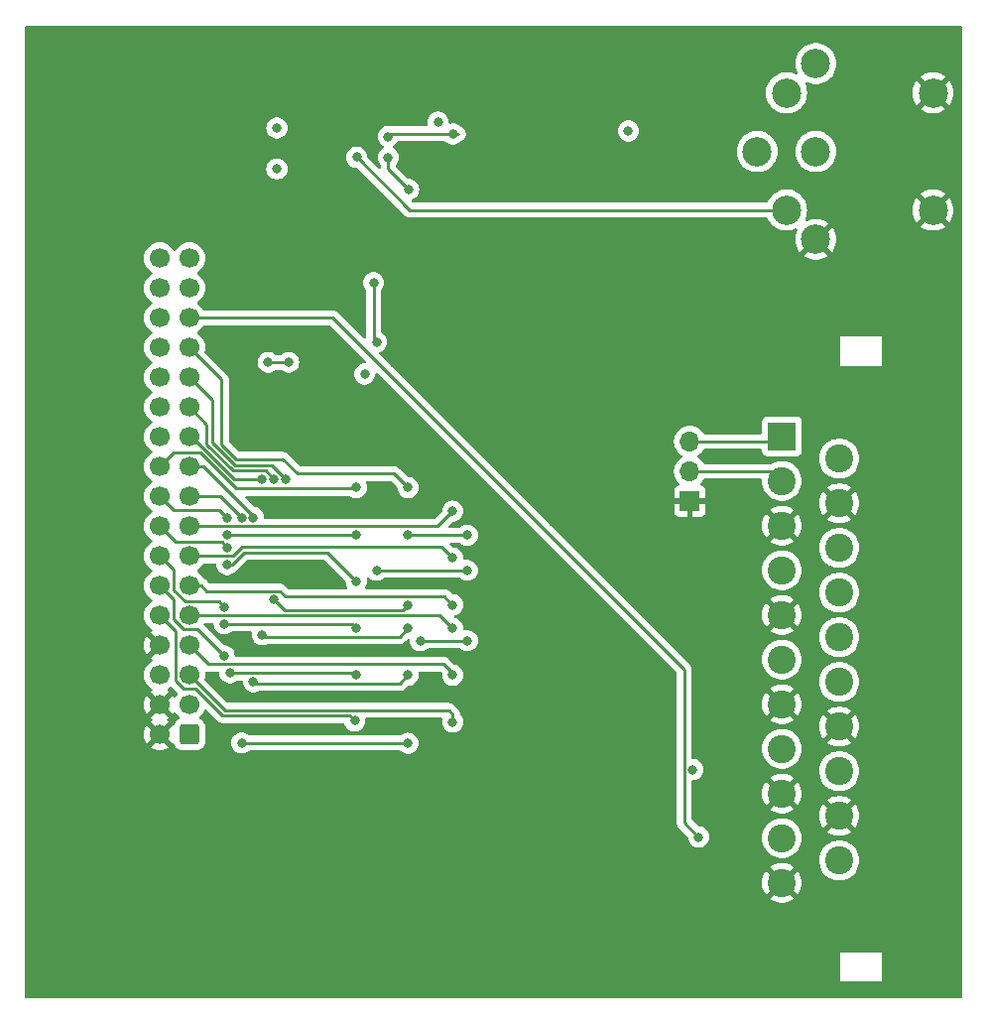
<source format=gbl>
G04 #@! TF.GenerationSoftware,KiCad,Pcbnew,8.0.4+dfsg-1*
G04 #@! TF.CreationDate,2025-03-15T13:20:51+01:00*
G04 #@! TF.ProjectId,olimex-ice40-scart-header,6f6c696d-6578-42d6-9963-6534302d7363,rev?*
G04 #@! TF.SameCoordinates,Original*
G04 #@! TF.FileFunction,Copper,L4,Bot*
G04 #@! TF.FilePolarity,Positive*
%FSLAX46Y46*%
G04 Gerber Fmt 4.6, Leading zero omitted, Abs format (unit mm)*
G04 Created by KiCad (PCBNEW 8.0.4+dfsg-1) date 2025-03-15 13:20:51*
%MOMM*%
%LPD*%
G01*
G04 APERTURE LIST*
G04 Aperture macros list*
%AMRoundRect*
0 Rectangle with rounded corners*
0 $1 Rounding radius*
0 $2 $3 $4 $5 $6 $7 $8 $9 X,Y pos of 4 corners*
0 Add a 4 corners polygon primitive as box body*
4,1,4,$2,$3,$4,$5,$6,$7,$8,$9,$2,$3,0*
0 Add four circle primitives for the rounded corners*
1,1,$1+$1,$2,$3*
1,1,$1+$1,$4,$5*
1,1,$1+$1,$6,$7*
1,1,$1+$1,$8,$9*
0 Add four rect primitives between the rounded corners*
20,1,$1+$1,$2,$3,$4,$5,0*
20,1,$1+$1,$4,$5,$6,$7,0*
20,1,$1+$1,$6,$7,$8,$9,0*
20,1,$1+$1,$8,$9,$2,$3,0*%
G04 Aperture macros list end*
G04 #@! TA.AperFunction,ComponentPad*
%ADD10R,1.700000X1.700000*%
G04 #@! TD*
G04 #@! TA.AperFunction,ComponentPad*
%ADD11O,1.700000X1.700000*%
G04 #@! TD*
G04 #@! TA.AperFunction,ComponentPad*
%ADD12C,2.500000*%
G04 #@! TD*
G04 #@! TA.AperFunction,ComponentPad*
%ADD13R,2.400000X2.400000*%
G04 #@! TD*
G04 #@! TA.AperFunction,ComponentPad*
%ADD14C,2.400000*%
G04 #@! TD*
G04 #@! TA.AperFunction,ComponentPad*
%ADD15RoundRect,0.250000X0.600000X0.600000X-0.600000X0.600000X-0.600000X-0.600000X0.600000X-0.600000X0*%
G04 #@! TD*
G04 #@! TA.AperFunction,ComponentPad*
%ADD16C,1.700000*%
G04 #@! TD*
G04 #@! TA.AperFunction,ViaPad*
%ADD17C,0.800000*%
G04 #@! TD*
G04 #@! TA.AperFunction,Conductor*
%ADD18C,0.250000*%
G04 #@! TD*
G04 APERTURE END LIST*
D10*
X175500000Y-77830000D03*
D11*
X175500000Y-75290000D03*
X175500000Y-72750000D03*
D12*
X186250000Y-40500000D03*
X183750000Y-43000000D03*
X186250000Y-48000000D03*
X183750000Y-53000000D03*
X186250000Y-55500000D03*
X181250000Y-48000000D03*
X196250000Y-43000000D03*
X196250000Y-53000000D03*
D13*
X183350000Y-72305000D03*
D14*
X188250000Y-74210000D03*
X183350000Y-76115000D03*
X188250000Y-78020000D03*
X183350000Y-79925000D03*
X188250000Y-81830000D03*
X183350000Y-83735000D03*
X188250000Y-85640000D03*
X183350000Y-87545000D03*
X188250000Y-89450000D03*
X183350000Y-91355000D03*
X188250000Y-93260000D03*
X183350000Y-95165000D03*
X188250000Y-97070000D03*
X183350000Y-98975000D03*
X188250000Y-100880000D03*
X183350000Y-102785000D03*
X188250000Y-104690000D03*
X183350000Y-106595000D03*
X188250000Y-108500000D03*
X183350000Y-110405000D03*
D15*
X132790000Y-97750000D03*
D16*
X130250000Y-97750000D03*
X132790000Y-95210000D03*
X130250000Y-95210000D03*
X132790000Y-92670000D03*
X130250000Y-92670000D03*
X132790000Y-90130000D03*
X130250000Y-90130000D03*
X132790000Y-87590000D03*
X130250000Y-87590000D03*
X132790000Y-85050000D03*
X130250000Y-85050000D03*
X132790000Y-82510000D03*
X130250000Y-82510000D03*
X132790000Y-79970000D03*
X130250000Y-79970000D03*
X132790000Y-77430000D03*
X130250000Y-77430000D03*
X132790000Y-74890000D03*
X130250000Y-74890000D03*
X132790000Y-72350000D03*
X130250000Y-72350000D03*
X132790000Y-69810000D03*
X130250000Y-69810000D03*
X132790000Y-67270000D03*
X130250000Y-67270000D03*
X132790000Y-64730000D03*
X130250000Y-64730000D03*
X132790000Y-62190000D03*
X130250000Y-62190000D03*
X132790000Y-59650000D03*
X130250000Y-59650000D03*
X132790000Y-57110000D03*
X130250000Y-57110000D03*
D17*
X147750000Y-67000000D03*
X141500000Y-47750000D03*
X137000000Y-58750000D03*
X150250000Y-71000000D03*
X148500000Y-68500000D03*
X156000000Y-48500000D03*
X146750000Y-52000000D03*
X181500000Y-41250000D03*
X170500000Y-76750000D03*
X163250000Y-43500000D03*
X161500000Y-60500000D03*
X151250000Y-64750000D03*
X156250000Y-56500000D03*
X137250000Y-67000000D03*
X141500000Y-44250000D03*
X173250000Y-70250000D03*
X153000000Y-43250000D03*
X156250000Y-64750000D03*
X144000000Y-65500000D03*
X175750000Y-44500000D03*
X142500000Y-84000000D03*
X144000000Y-57000000D03*
X166500000Y-59500000D03*
X138500000Y-53500000D03*
X147250000Y-42500000D03*
X163250000Y-50000000D03*
X140250000Y-49500000D03*
X175750000Y-100750000D03*
X140250000Y-46000000D03*
X170250000Y-46250000D03*
X154000000Y-45500000D03*
X155250000Y-96690000D03*
X155250000Y-92690000D03*
X146892499Y-96582196D03*
X155250000Y-88690000D03*
X147025000Y-92690000D03*
X135750000Y-91025000D03*
X136250000Y-92500000D03*
X155250000Y-86690000D03*
X147025000Y-88690000D03*
X135750000Y-86865000D03*
X135750000Y-88315000D03*
X155250000Y-82690000D03*
X147025000Y-84690000D03*
X136000000Y-83250000D03*
X136000000Y-81785000D03*
X155250000Y-78690000D03*
X147025000Y-80695000D03*
X136000000Y-80695000D03*
X136000000Y-79245000D03*
X151440000Y-98500000D03*
X137250000Y-98475000D03*
X137250000Y-79245000D03*
X147025000Y-76690000D03*
X151440000Y-92690000D03*
X138250000Y-79245000D03*
X138250000Y-93250000D03*
X139000000Y-89250000D03*
X151440000Y-88690000D03*
X139000000Y-76000000D03*
X151440000Y-86690000D03*
X140000000Y-76000000D03*
X140000000Y-86250000D03*
X147057062Y-48497059D03*
X151440000Y-80695000D03*
X156500000Y-80750000D03*
X141000003Y-76000000D03*
X151440000Y-76690000D03*
X176250000Y-106500000D03*
X141250000Y-66000000D03*
X139500000Y-66000000D03*
X156500000Y-83750000D03*
X148750000Y-83750000D03*
X156500000Y-89750000D03*
X152500000Y-89750000D03*
X148750000Y-64250000D03*
X148500000Y-59200000D03*
X151500000Y-51250000D03*
X149750000Y-48500000D03*
X149750000Y-46725000D03*
X155275000Y-46500000D03*
D18*
X155250000Y-96690000D02*
X155250000Y-96000000D01*
X154940000Y-95690000D02*
X135810000Y-95690000D01*
X155250000Y-96000000D02*
X154940000Y-95690000D01*
X135810000Y-95690000D02*
X132790000Y-92670000D01*
X134410000Y-91750000D02*
X132790000Y-90130000D01*
X154500000Y-91750000D02*
X134410000Y-91750000D01*
X155250000Y-92690000D02*
X155250000Y-92500000D01*
X155250000Y-92500000D02*
X154500000Y-91750000D01*
X132303299Y-93845000D02*
X131615000Y-93156701D01*
X131615000Y-88955000D02*
X130250000Y-87590000D01*
X146450303Y-96140000D02*
X135623604Y-96140000D01*
X135623604Y-96140000D02*
X133328604Y-93845000D01*
X131615000Y-93156701D02*
X131615000Y-88955000D01*
X133328604Y-93845000D02*
X132303299Y-93845000D01*
X146892499Y-96582196D02*
X146450303Y-96140000D01*
X154150000Y-87590000D02*
X155250000Y-88690000D01*
X132790000Y-87590000D02*
X154150000Y-87590000D01*
X146835000Y-92500000D02*
X147025000Y-92690000D01*
X131425000Y-87886701D02*
X132303299Y-88765000D01*
X133490000Y-88765000D02*
X135750000Y-91025000D01*
X132303299Y-88765000D02*
X133490000Y-88765000D01*
X130250000Y-85050000D02*
X131425000Y-86225000D01*
X136250000Y-92500000D02*
X146835000Y-92500000D01*
X131425000Y-86225000D02*
X131425000Y-87886701D01*
X143750000Y-86000000D02*
X141000000Y-86000000D01*
X143785000Y-85965000D02*
X154525000Y-85965000D01*
X143750000Y-86000000D02*
X143785000Y-85965000D01*
X154525000Y-85965000D02*
X155250000Y-86690000D01*
X141000000Y-86000000D02*
X140500000Y-85500000D01*
X133800000Y-85050000D02*
X134250000Y-85500000D01*
X134250000Y-85500000D02*
X140500000Y-85500000D01*
X132790000Y-85050000D02*
X133800000Y-85050000D01*
X135750000Y-88315000D02*
X146650000Y-88315000D01*
X131425000Y-83685000D02*
X131425000Y-85425000D01*
X146650000Y-88315000D02*
X147025000Y-88690000D01*
X132415000Y-86415000D02*
X135300000Y-86415000D01*
X131425000Y-85425000D02*
X132415000Y-86415000D01*
X135300000Y-86415000D02*
X135750000Y-86865000D01*
X130250000Y-82510000D02*
X131425000Y-83685000D01*
X154310000Y-81750000D02*
X137260000Y-81750000D01*
X155250000Y-82690000D02*
X154310000Y-81750000D01*
X137260000Y-81750000D02*
X136500000Y-82510000D01*
X136500000Y-82510000D02*
X132790000Y-82510000D01*
X137446396Y-82200000D02*
X136396396Y-83250000D01*
X135550000Y-81335000D02*
X136000000Y-81785000D01*
X147025000Y-84690000D02*
X144535000Y-82200000D01*
X136396396Y-83250000D02*
X136000000Y-83250000D01*
X130250000Y-79970000D02*
X131615000Y-81335000D01*
X144535000Y-82200000D02*
X137446396Y-82200000D01*
X131615000Y-81335000D02*
X135550000Y-81335000D01*
X132790000Y-79970000D02*
X153970000Y-79970000D01*
X153970000Y-79970000D02*
X155250000Y-78690000D01*
X135360000Y-78605000D02*
X136000000Y-79245000D01*
X136000000Y-80695000D02*
X147025000Y-80695000D01*
X131425000Y-78605000D02*
X135360000Y-78605000D01*
X130250000Y-77430000D02*
X131425000Y-78605000D01*
X135435000Y-77430000D02*
X137250000Y-79245000D01*
X132790000Y-77430000D02*
X135435000Y-77430000D01*
X151415000Y-98475000D02*
X151440000Y-98500000D01*
X137250000Y-98475000D02*
X151415000Y-98475000D01*
X136750000Y-76750000D02*
X146965000Y-76750000D01*
X131425000Y-73715000D02*
X133715000Y-73715000D01*
X130250000Y-74890000D02*
X131425000Y-73715000D01*
X146965000Y-76750000D02*
X147025000Y-76690000D01*
X133715000Y-73715000D02*
X136750000Y-76750000D01*
X133992081Y-74890000D02*
X138250000Y-79147919D01*
X132790000Y-74890000D02*
X133992081Y-74890000D01*
X150715000Y-93415000D02*
X151440000Y-92690000D01*
X138250000Y-79147919D02*
X138250000Y-79245000D01*
X138415000Y-93415000D02*
X150715000Y-93415000D01*
X138250000Y-93250000D02*
X138415000Y-93415000D01*
X139165000Y-89415000D02*
X150715000Y-89415000D01*
X139000000Y-76000000D02*
X136636396Y-76000000D01*
X150715000Y-89415000D02*
X151440000Y-88690000D01*
X139000000Y-89250000D02*
X139165000Y-89415000D01*
X132986396Y-72350000D02*
X132790000Y-72350000D01*
X136636396Y-76000000D02*
X132986396Y-72350000D01*
X140000000Y-76000000D02*
X140000000Y-75974695D01*
X134261396Y-72988604D02*
X134261396Y-71281396D01*
X139275305Y-75250000D02*
X136522792Y-75250000D01*
X140000000Y-75974695D02*
X139275305Y-75250000D01*
X140890000Y-87140000D02*
X151000000Y-87140000D01*
X134261396Y-71281396D02*
X132790000Y-69810000D01*
X151000000Y-87140000D02*
X151000000Y-87130000D01*
X140000000Y-86250000D02*
X140890000Y-87140000D01*
X151000000Y-87130000D02*
X151440000Y-86690000D01*
X136522792Y-75250000D02*
X134261396Y-72988604D01*
X147057062Y-48497059D02*
X151560003Y-53000000D01*
X151560003Y-53000000D02*
X183750000Y-53000000D01*
X141000003Y-75974698D02*
X139775305Y-74750000D01*
X134711396Y-69191396D02*
X132790000Y-67270000D01*
X141000003Y-76000000D02*
X141000003Y-75974698D01*
X156500000Y-80750000D02*
X151495000Y-80750000D01*
X151495000Y-80750000D02*
X151440000Y-80695000D01*
X139775305Y-74750000D02*
X136659188Y-74750000D01*
X136659188Y-74750000D02*
X134711396Y-72802208D01*
X134711396Y-72802208D02*
X134711396Y-69191396D01*
X140750000Y-74250000D02*
X136795584Y-74250000D01*
X142000000Y-75500000D02*
X140750000Y-74250000D01*
X135522792Y-72977208D02*
X135522792Y-67462792D01*
X136795584Y-74250000D02*
X135522792Y-72977208D01*
X151440000Y-76690000D02*
X150250000Y-75500000D01*
X150250000Y-75500000D02*
X142000000Y-75500000D01*
X135522792Y-67462792D02*
X132790000Y-64730000D01*
X175025000Y-105275000D02*
X175025000Y-92200000D01*
X176250000Y-106500000D02*
X175025000Y-105275000D01*
X145015000Y-62190000D02*
X132790000Y-62190000D01*
X175025000Y-92200000D02*
X145015000Y-62190000D01*
X175500000Y-75290000D02*
X182525000Y-75290000D01*
X182525000Y-75290000D02*
X183350000Y-76115000D01*
X175500000Y-72750000D02*
X182905000Y-72750000D01*
X182905000Y-72750000D02*
X183350000Y-72305000D01*
X139500000Y-66000000D02*
X141250000Y-66000000D01*
X148750000Y-83750000D02*
X156500000Y-83750000D01*
X152500000Y-89750000D02*
X156500000Y-89750000D01*
X148500000Y-59200000D02*
X148500000Y-64000000D01*
X148500000Y-64000000D02*
X148750000Y-64250000D01*
X149750000Y-49500000D02*
X149750000Y-48500000D01*
X151500000Y-51250000D02*
X149750000Y-49500000D01*
X155275000Y-46500000D02*
X155750000Y-46500000D01*
X149975000Y-46500000D02*
X149750000Y-46725000D01*
X155750000Y-46500000D02*
X149975000Y-46500000D01*
G04 #@! TA.AperFunction,Conductor*
G36*
X131364925Y-95971373D02*
G01*
X131418119Y-95895405D01*
X131472696Y-95851781D01*
X131542195Y-95844588D01*
X131604549Y-95876110D01*
X131621269Y-95895405D01*
X131751505Y-96081401D01*
X131918599Y-96248495D01*
X131918604Y-96248499D01*
X131919968Y-96249643D01*
X131920407Y-96250303D01*
X131922427Y-96252323D01*
X131922021Y-96252728D01*
X131958669Y-96307815D01*
X131959776Y-96377676D01*
X131922937Y-96437046D01*
X131879267Y-96462336D01*
X131870669Y-96465184D01*
X131870663Y-96465187D01*
X131721342Y-96557289D01*
X131597289Y-96681342D01*
X131505187Y-96830663D01*
X131505182Y-96830674D01*
X131481205Y-96903032D01*
X131441432Y-96960477D01*
X131376916Y-96987299D01*
X131366138Y-96987412D01*
X130732962Y-97620589D01*
X130715925Y-97557007D01*
X130650099Y-97442993D01*
X130557007Y-97349901D01*
X130442993Y-97284075D01*
X130379410Y-97267037D01*
X131011373Y-96635073D01*
X130934969Y-96581576D01*
X130891344Y-96526999D01*
X130884150Y-96457501D01*
X130915672Y-96395146D01*
X130934968Y-96378425D01*
X131011373Y-96324925D01*
X130379409Y-95692962D01*
X130442993Y-95675925D01*
X130557007Y-95610099D01*
X130650099Y-95517007D01*
X130715925Y-95402993D01*
X130732962Y-95339410D01*
X131364925Y-95971373D01*
G37*
G04 #@! TD.AperFunction*
G04 #@! TA.AperFunction,Conductor*
G36*
X131254771Y-93691179D02*
G01*
X131289181Y-93715472D01*
X131744527Y-94170818D01*
X131778012Y-94232141D01*
X131773028Y-94301833D01*
X131754311Y-94333955D01*
X131754610Y-94334164D01*
X131752106Y-94337738D01*
X131751837Y-94338202D01*
X131751508Y-94338594D01*
X131621269Y-94524595D01*
X131566692Y-94568220D01*
X131497194Y-94575414D01*
X131434839Y-94543891D01*
X131418119Y-94524595D01*
X131364925Y-94448626D01*
X131364925Y-94448625D01*
X130732962Y-95080589D01*
X130715925Y-95017007D01*
X130650099Y-94902993D01*
X130557007Y-94809901D01*
X130442993Y-94744075D01*
X130379410Y-94727037D01*
X131011373Y-94095073D01*
X131011373Y-94095072D01*
X130935405Y-94041880D01*
X130891780Y-93987304D01*
X130884586Y-93917805D01*
X130916108Y-93855451D01*
X130935399Y-93838734D01*
X131121401Y-93708495D01*
X131121420Y-93708475D01*
X131121774Y-93708180D01*
X131121980Y-93708089D01*
X131125836Y-93705390D01*
X131126377Y-93706163D01*
X131185776Y-93680154D01*
X131254771Y-93691179D01*
G37*
G04 #@! TD.AperFunction*
G04 #@! TA.AperFunction,Conductor*
G36*
X144291587Y-82845185D02*
G01*
X144312229Y-82861819D01*
X146086038Y-84635628D01*
X146119523Y-84696951D01*
X146121678Y-84710347D01*
X146129139Y-84781338D01*
X146139326Y-84878256D01*
X146139327Y-84878259D01*
X146197818Y-85058277D01*
X146197821Y-85058284D01*
X146225143Y-85105608D01*
X146252794Y-85153500D01*
X146269267Y-85221400D01*
X146246414Y-85287427D01*
X146191493Y-85330618D01*
X146145407Y-85339500D01*
X143723388Y-85339500D01*
X143605815Y-85362886D01*
X143605816Y-85362887D01*
X143602552Y-85363536D01*
X143602544Y-85363538D01*
X143598869Y-85365061D01*
X143551417Y-85374500D01*
X141310452Y-85374500D01*
X141243413Y-85354815D01*
X141222771Y-85338181D01*
X140990198Y-85105608D01*
X140990178Y-85105586D01*
X140898733Y-85014141D01*
X140847509Y-84979915D01*
X140796287Y-84945689D01*
X140796286Y-84945688D01*
X140796283Y-84945686D01*
X140796280Y-84945685D01*
X140715792Y-84912347D01*
X140682453Y-84898537D01*
X140672427Y-84896543D01*
X140622029Y-84886518D01*
X140561610Y-84874500D01*
X140561607Y-84874500D01*
X140561606Y-84874500D01*
X134560452Y-84874500D01*
X134493413Y-84854815D01*
X134472771Y-84838181D01*
X134290198Y-84655608D01*
X134290178Y-84655586D01*
X134198735Y-84564143D01*
X134153848Y-84534151D01*
X134134358Y-84521128D01*
X134096286Y-84495688D01*
X134096284Y-84495687D01*
X134048311Y-84475816D01*
X133993908Y-84431975D01*
X133983382Y-84413660D01*
X133964035Y-84372171D01*
X133964034Y-84372169D01*
X133828494Y-84178597D01*
X133661402Y-84011506D01*
X133661396Y-84011501D01*
X133475842Y-83881575D01*
X133432217Y-83826998D01*
X133425023Y-83757500D01*
X133456546Y-83695145D01*
X133475842Y-83678425D01*
X133518252Y-83648729D01*
X133661401Y-83548495D01*
X133828495Y-83381401D01*
X133963652Y-83188377D01*
X134018229Y-83144752D01*
X134065227Y-83135500D01*
X134970856Y-83135500D01*
X135037895Y-83155185D01*
X135083650Y-83207989D01*
X135094177Y-83246539D01*
X135094540Y-83249996D01*
X135094540Y-83250000D01*
X135114326Y-83438256D01*
X135114327Y-83438259D01*
X135172818Y-83618277D01*
X135172821Y-83618284D01*
X135267467Y-83782216D01*
X135309463Y-83828857D01*
X135394129Y-83922888D01*
X135547265Y-84034148D01*
X135547270Y-84034151D01*
X135720192Y-84111142D01*
X135720197Y-84111144D01*
X135905354Y-84150500D01*
X135905355Y-84150500D01*
X136094644Y-84150500D01*
X136094646Y-84150500D01*
X136279803Y-84111144D01*
X136452730Y-84034151D01*
X136605871Y-83922888D01*
X136732410Y-83782351D01*
X136755666Y-83762225D01*
X136795129Y-83735858D01*
X136882254Y-83648733D01*
X136882255Y-83648731D01*
X136889321Y-83641665D01*
X136889323Y-83641661D01*
X137669167Y-82861819D01*
X137730490Y-82828334D01*
X137756848Y-82825500D01*
X144224548Y-82825500D01*
X144291587Y-82845185D01*
G37*
G04 #@! TD.AperFunction*
G04 #@! TA.AperFunction,Conductor*
G36*
X198693039Y-37319685D02*
G01*
X198738794Y-37372489D01*
X198750000Y-37424000D01*
X198750000Y-120126000D01*
X198730315Y-120193039D01*
X198677511Y-120238794D01*
X198626000Y-120250000D01*
X118874000Y-120250000D01*
X118806961Y-120230315D01*
X118761206Y-120177511D01*
X118750000Y-120126000D01*
X118750000Y-118855000D01*
X188350000Y-118855000D01*
X191850000Y-118855000D01*
X191850000Y-116355000D01*
X188350000Y-116355000D01*
X188350000Y-118855000D01*
X118750000Y-118855000D01*
X118750000Y-110404995D01*
X181645233Y-110404995D01*
X181645233Y-110405004D01*
X181664273Y-110659079D01*
X181720968Y-110907477D01*
X181720973Y-110907494D01*
X181814058Y-111144671D01*
X181814057Y-111144671D01*
X181941454Y-111365327D01*
X181941461Y-111365338D01*
X181983452Y-111417991D01*
X181983453Y-111417992D01*
X182785387Y-110616058D01*
X182790889Y-110636591D01*
X182869881Y-110773408D01*
X182981592Y-110885119D01*
X183118409Y-110964111D01*
X183138940Y-110969612D01*
X182336813Y-111771738D01*
X182497616Y-111881371D01*
X182497624Y-111881376D01*
X182727176Y-111991921D01*
X182727174Y-111991921D01*
X182970652Y-112067024D01*
X182970658Y-112067026D01*
X183222595Y-112104999D01*
X183222604Y-112105000D01*
X183477396Y-112105000D01*
X183477404Y-112104999D01*
X183729341Y-112067026D01*
X183729347Y-112067024D01*
X183972824Y-111991921D01*
X184202376Y-111881376D01*
X184202377Y-111881375D01*
X184363185Y-111771738D01*
X183561060Y-110969612D01*
X183581591Y-110964111D01*
X183718408Y-110885119D01*
X183830119Y-110773408D01*
X183909111Y-110636591D01*
X183914612Y-110616059D01*
X184716544Y-111417992D01*
X184716546Y-111417991D01*
X184758544Y-111365330D01*
X184885941Y-111144671D01*
X184979026Y-110907494D01*
X184979031Y-110907477D01*
X185035726Y-110659079D01*
X185054767Y-110405004D01*
X185054767Y-110404995D01*
X185035726Y-110150920D01*
X184979031Y-109902522D01*
X184979026Y-109902505D01*
X184885941Y-109665328D01*
X184885942Y-109665328D01*
X184758545Y-109444672D01*
X184716545Y-109392006D01*
X183914612Y-110193939D01*
X183909111Y-110173409D01*
X183830119Y-110036592D01*
X183718408Y-109924881D01*
X183581591Y-109845889D01*
X183561059Y-109840387D01*
X184363185Y-109038260D01*
X184202384Y-108928628D01*
X184202376Y-108928623D01*
X183972823Y-108818078D01*
X183972825Y-108818078D01*
X183729347Y-108742975D01*
X183729341Y-108742973D01*
X183477404Y-108705000D01*
X183222595Y-108705000D01*
X182970658Y-108742973D01*
X182970652Y-108742975D01*
X182727175Y-108818078D01*
X182497622Y-108928625D01*
X182497609Y-108928632D01*
X182336813Y-109038259D01*
X183138941Y-109840387D01*
X183118409Y-109845889D01*
X182981592Y-109924881D01*
X182869881Y-110036592D01*
X182790889Y-110173409D01*
X182785387Y-110193941D01*
X181983452Y-109392006D01*
X181941457Y-109444667D01*
X181814058Y-109665328D01*
X181720973Y-109902505D01*
X181720968Y-109902522D01*
X181664273Y-110150920D01*
X181645233Y-110404995D01*
X118750000Y-110404995D01*
X118750000Y-108499995D01*
X186544732Y-108499995D01*
X186544732Y-108500004D01*
X186563777Y-108754154D01*
X186603600Y-108928632D01*
X186620492Y-109002637D01*
X186713607Y-109239888D01*
X186841041Y-109460612D01*
X186999950Y-109659877D01*
X187186783Y-109833232D01*
X187397366Y-109976805D01*
X187397371Y-109976807D01*
X187397372Y-109976808D01*
X187397373Y-109976809D01*
X187519328Y-110035538D01*
X187626992Y-110087387D01*
X187626993Y-110087387D01*
X187626996Y-110087389D01*
X187870542Y-110162513D01*
X188122565Y-110200500D01*
X188377435Y-110200500D01*
X188629458Y-110162513D01*
X188873004Y-110087389D01*
X189102634Y-109976805D01*
X189313217Y-109833232D01*
X189500050Y-109659877D01*
X189658959Y-109460612D01*
X189786393Y-109239888D01*
X189879508Y-109002637D01*
X189936222Y-108754157D01*
X189955268Y-108500000D01*
X189936222Y-108245843D01*
X189879508Y-107997363D01*
X189786393Y-107760112D01*
X189658959Y-107539388D01*
X189500050Y-107340123D01*
X189313217Y-107166768D01*
X189102634Y-107023195D01*
X189102630Y-107023193D01*
X189102627Y-107023191D01*
X189102626Y-107023190D01*
X188873006Y-106912612D01*
X188873008Y-106912612D01*
X188629466Y-106837489D01*
X188629462Y-106837488D01*
X188629458Y-106837487D01*
X188508231Y-106819214D01*
X188377440Y-106799500D01*
X188377435Y-106799500D01*
X188122565Y-106799500D01*
X188122559Y-106799500D01*
X187965609Y-106823157D01*
X187870542Y-106837487D01*
X187870539Y-106837488D01*
X187870533Y-106837489D01*
X187626992Y-106912612D01*
X187397373Y-107023190D01*
X187397372Y-107023191D01*
X187186782Y-107166768D01*
X186999952Y-107340121D01*
X186999950Y-107340123D01*
X186841041Y-107539388D01*
X186713608Y-107760109D01*
X186620492Y-107997362D01*
X186620490Y-107997369D01*
X186563777Y-108245845D01*
X186544732Y-108499995D01*
X118750000Y-108499995D01*
X118750000Y-57109999D01*
X128894341Y-57109999D01*
X128894341Y-57110000D01*
X128914936Y-57345403D01*
X128914938Y-57345413D01*
X128976094Y-57573655D01*
X128976096Y-57573659D01*
X128976097Y-57573663D01*
X128980000Y-57582032D01*
X129075965Y-57787830D01*
X129075967Y-57787834D01*
X129184281Y-57942521D01*
X129211501Y-57981396D01*
X129211506Y-57981402D01*
X129378597Y-58148493D01*
X129378603Y-58148498D01*
X129564158Y-58278425D01*
X129607783Y-58333002D01*
X129614977Y-58402500D01*
X129583454Y-58464855D01*
X129564158Y-58481575D01*
X129378597Y-58611505D01*
X129211505Y-58778597D01*
X129075965Y-58972169D01*
X129075964Y-58972171D01*
X128976098Y-59186335D01*
X128976094Y-59186344D01*
X128914938Y-59414586D01*
X128914936Y-59414596D01*
X128894341Y-59649999D01*
X128894341Y-59650000D01*
X128914936Y-59885403D01*
X128914938Y-59885413D01*
X128976094Y-60113655D01*
X128976096Y-60113659D01*
X128976097Y-60113663D01*
X128980000Y-60122032D01*
X129075965Y-60327830D01*
X129075967Y-60327834D01*
X129184281Y-60482521D01*
X129211501Y-60521396D01*
X129211506Y-60521402D01*
X129378597Y-60688493D01*
X129378603Y-60688498D01*
X129564158Y-60818425D01*
X129607783Y-60873002D01*
X129614977Y-60942500D01*
X129583454Y-61004855D01*
X129564158Y-61021575D01*
X129378597Y-61151505D01*
X129211505Y-61318597D01*
X129075965Y-61512169D01*
X129075964Y-61512171D01*
X128976098Y-61726335D01*
X128976094Y-61726344D01*
X128914938Y-61954586D01*
X128914936Y-61954596D01*
X128894341Y-62189999D01*
X128894341Y-62190000D01*
X128914936Y-62425403D01*
X128914938Y-62425413D01*
X128976094Y-62653655D01*
X128976096Y-62653659D01*
X128976097Y-62653663D01*
X128980000Y-62662032D01*
X129075965Y-62867830D01*
X129075967Y-62867834D01*
X129184281Y-63022521D01*
X129211501Y-63061396D01*
X129211506Y-63061402D01*
X129378597Y-63228493D01*
X129378603Y-63228498D01*
X129564158Y-63358425D01*
X129607783Y-63413002D01*
X129614977Y-63482500D01*
X129583454Y-63544855D01*
X129564158Y-63561575D01*
X129378597Y-63691505D01*
X129211505Y-63858597D01*
X129075965Y-64052169D01*
X129075964Y-64052171D01*
X128976098Y-64266335D01*
X128976094Y-64266344D01*
X128914938Y-64494586D01*
X128914936Y-64494596D01*
X128894341Y-64729999D01*
X128894341Y-64730000D01*
X128914936Y-64965403D01*
X128914938Y-64965413D01*
X128976094Y-65193655D01*
X128976096Y-65193659D01*
X128976097Y-65193663D01*
X129041292Y-65333474D01*
X129075965Y-65407830D01*
X129075967Y-65407834D01*
X129184281Y-65562521D01*
X129211501Y-65601396D01*
X129211506Y-65601402D01*
X129378597Y-65768493D01*
X129378603Y-65768498D01*
X129564158Y-65898425D01*
X129607783Y-65953002D01*
X129614977Y-66022500D01*
X129583454Y-66084855D01*
X129564158Y-66101575D01*
X129378597Y-66231505D01*
X129211505Y-66398597D01*
X129075965Y-66592169D01*
X129075964Y-66592171D01*
X128976098Y-66806335D01*
X128976094Y-66806344D01*
X128914938Y-67034586D01*
X128914936Y-67034596D01*
X128894341Y-67269999D01*
X128894341Y-67270000D01*
X128914936Y-67505403D01*
X128914938Y-67505413D01*
X128976094Y-67733655D01*
X128976096Y-67733659D01*
X128976097Y-67733663D01*
X128994554Y-67773244D01*
X129075965Y-67947830D01*
X129075967Y-67947834D01*
X129184281Y-68102521D01*
X129211501Y-68141396D01*
X129211506Y-68141402D01*
X129378597Y-68308493D01*
X129378603Y-68308498D01*
X129564158Y-68438425D01*
X129607783Y-68493002D01*
X129614977Y-68562500D01*
X129583454Y-68624855D01*
X129564158Y-68641575D01*
X129378597Y-68771505D01*
X129211505Y-68938597D01*
X129075965Y-69132169D01*
X129075964Y-69132171D01*
X128976098Y-69346335D01*
X128976094Y-69346344D01*
X128914938Y-69574586D01*
X128914936Y-69574596D01*
X128894341Y-69809999D01*
X128894341Y-69810000D01*
X128914936Y-70045403D01*
X128914938Y-70045413D01*
X128976094Y-70273655D01*
X128976096Y-70273659D01*
X128976097Y-70273663D01*
X128980000Y-70282032D01*
X129075965Y-70487830D01*
X129075967Y-70487834D01*
X129157658Y-70604500D01*
X129211501Y-70681396D01*
X129211506Y-70681402D01*
X129378597Y-70848493D01*
X129378603Y-70848498D01*
X129564158Y-70978425D01*
X129607783Y-71033002D01*
X129614977Y-71102500D01*
X129583454Y-71164855D01*
X129564158Y-71181575D01*
X129378597Y-71311505D01*
X129211505Y-71478597D01*
X129075965Y-71672169D01*
X129075964Y-71672171D01*
X128976098Y-71886335D01*
X128976094Y-71886344D01*
X128914938Y-72114586D01*
X128914936Y-72114596D01*
X128894341Y-72349999D01*
X128894341Y-72350000D01*
X128914936Y-72585403D01*
X128914938Y-72585413D01*
X128976094Y-72813655D01*
X128976096Y-72813659D01*
X128976097Y-72813663D01*
X129056181Y-72985403D01*
X129075965Y-73027830D01*
X129075967Y-73027834D01*
X129184281Y-73182521D01*
X129206087Y-73213664D01*
X129211501Y-73221395D01*
X129211506Y-73221402D01*
X129378597Y-73388493D01*
X129378603Y-73388498D01*
X129564158Y-73518425D01*
X129607783Y-73573002D01*
X129614977Y-73642500D01*
X129583454Y-73704855D01*
X129564158Y-73721575D01*
X129378597Y-73851505D01*
X129211505Y-74018597D01*
X129075965Y-74212169D01*
X129075964Y-74212171D01*
X128976098Y-74426335D01*
X128976094Y-74426344D01*
X128914938Y-74654586D01*
X128914936Y-74654596D01*
X128894341Y-74889999D01*
X128894341Y-74890000D01*
X128914936Y-75125403D01*
X128914938Y-75125413D01*
X128976094Y-75353655D01*
X128976096Y-75353659D01*
X128976097Y-75353663D01*
X128986099Y-75375112D01*
X129075965Y-75567830D01*
X129075967Y-75567834D01*
X129149566Y-75672943D01*
X129211501Y-75761396D01*
X129211506Y-75761402D01*
X129378597Y-75928493D01*
X129378603Y-75928498D01*
X129564158Y-76058425D01*
X129607783Y-76113002D01*
X129614977Y-76182500D01*
X129583454Y-76244855D01*
X129564158Y-76261575D01*
X129378597Y-76391505D01*
X129211505Y-76558597D01*
X129075965Y-76752169D01*
X129075964Y-76752171D01*
X128976098Y-76966335D01*
X128976094Y-76966344D01*
X128914938Y-77194586D01*
X128914936Y-77194596D01*
X128894341Y-77429999D01*
X128894341Y-77430000D01*
X128914936Y-77665403D01*
X128914938Y-77665413D01*
X128976094Y-77893655D01*
X128976096Y-77893659D01*
X128976097Y-77893663D01*
X129035007Y-78019995D01*
X129075965Y-78107830D01*
X129075967Y-78107834D01*
X129211501Y-78301395D01*
X129211506Y-78301402D01*
X129378597Y-78468493D01*
X129378603Y-78468498D01*
X129564158Y-78598425D01*
X129607783Y-78653002D01*
X129614977Y-78722500D01*
X129583454Y-78784855D01*
X129564158Y-78801575D01*
X129378597Y-78931505D01*
X129211505Y-79098597D01*
X129075965Y-79292169D01*
X129075964Y-79292171D01*
X128976098Y-79506335D01*
X128976094Y-79506344D01*
X128914938Y-79734586D01*
X128914936Y-79734596D01*
X128894341Y-79969999D01*
X128894341Y-79970000D01*
X128914936Y-80205403D01*
X128914938Y-80205413D01*
X128976094Y-80433655D01*
X128976096Y-80433659D01*
X128976097Y-80433663D01*
X129051563Y-80595500D01*
X129075965Y-80647830D01*
X129075967Y-80647834D01*
X129211501Y-80841395D01*
X129211506Y-80841402D01*
X129378597Y-81008493D01*
X129378603Y-81008498D01*
X129564158Y-81138425D01*
X129607783Y-81193002D01*
X129614977Y-81262500D01*
X129583454Y-81324855D01*
X129564158Y-81341575D01*
X129378597Y-81471505D01*
X129211505Y-81638597D01*
X129075965Y-81832169D01*
X129075964Y-81832171D01*
X128976098Y-82046335D01*
X128976094Y-82046344D01*
X128914938Y-82274586D01*
X128914936Y-82274596D01*
X128894341Y-82509999D01*
X128894341Y-82510000D01*
X128914936Y-82745403D01*
X128914938Y-82745413D01*
X128976094Y-82973655D01*
X128976096Y-82973659D01*
X128976097Y-82973663D01*
X129045587Y-83122684D01*
X129075965Y-83187830D01*
X129075967Y-83187834D01*
X129159272Y-83306805D01*
X129211501Y-83381396D01*
X129211506Y-83381402D01*
X129378597Y-83548493D01*
X129378603Y-83548498D01*
X129564158Y-83678425D01*
X129607783Y-83733002D01*
X129614977Y-83802500D01*
X129583454Y-83864855D01*
X129564158Y-83881575D01*
X129378597Y-84011505D01*
X129211505Y-84178597D01*
X129075965Y-84372169D01*
X129075964Y-84372171D01*
X128976098Y-84586335D01*
X128976094Y-84586344D01*
X128914938Y-84814586D01*
X128914936Y-84814596D01*
X128894341Y-85049999D01*
X128894341Y-85050000D01*
X128914936Y-85285403D01*
X128914938Y-85285413D01*
X128976094Y-85513655D01*
X128976096Y-85513659D01*
X128976097Y-85513663D01*
X129002641Y-85570586D01*
X129075965Y-85727830D01*
X129075967Y-85727834D01*
X129211501Y-85921395D01*
X129211506Y-85921402D01*
X129378597Y-86088493D01*
X129378603Y-86088498D01*
X129564158Y-86218425D01*
X129607783Y-86273002D01*
X129614977Y-86342500D01*
X129583454Y-86404855D01*
X129564158Y-86421575D01*
X129378597Y-86551505D01*
X129211505Y-86718597D01*
X129075965Y-86912169D01*
X129075964Y-86912171D01*
X128976098Y-87126335D01*
X128976094Y-87126344D01*
X128914938Y-87354586D01*
X128914936Y-87354596D01*
X128894341Y-87589999D01*
X128894341Y-87590000D01*
X128914936Y-87825403D01*
X128914938Y-87825413D01*
X128976094Y-88053655D01*
X128976096Y-88053659D01*
X128976097Y-88053663D01*
X129052410Y-88217316D01*
X129075965Y-88267830D01*
X129075967Y-88267834D01*
X129138505Y-88357147D01*
X129211505Y-88461401D01*
X129378599Y-88628495D01*
X129544077Y-88744364D01*
X129564594Y-88758730D01*
X129608218Y-88813307D01*
X129615411Y-88882806D01*
X129583889Y-88945160D01*
X129564593Y-88961880D01*
X129488626Y-89015072D01*
X129488625Y-89015072D01*
X130120590Y-89647037D01*
X130057007Y-89664075D01*
X129942993Y-89729901D01*
X129849901Y-89822993D01*
X129784075Y-89937007D01*
X129767037Y-90000590D01*
X129135072Y-89368625D01*
X129076401Y-89452419D01*
X128976570Y-89666507D01*
X128976566Y-89666516D01*
X128915432Y-89894673D01*
X128915430Y-89894684D01*
X128894843Y-90129998D01*
X128894843Y-90130001D01*
X128915430Y-90365315D01*
X128915432Y-90365326D01*
X128976566Y-90593483D01*
X128976570Y-90593492D01*
X129076400Y-90807579D01*
X129076402Y-90807583D01*
X129135072Y-90891373D01*
X129135073Y-90891373D01*
X129767037Y-90259409D01*
X129784075Y-90322993D01*
X129849901Y-90437007D01*
X129942993Y-90530099D01*
X130057007Y-90595925D01*
X130120588Y-90612961D01*
X129488625Y-91244925D01*
X129564594Y-91298119D01*
X129608219Y-91352696D01*
X129615413Y-91422194D01*
X129583890Y-91484549D01*
X129564595Y-91501269D01*
X129378594Y-91631508D01*
X129211505Y-91798597D01*
X129075965Y-91992169D01*
X129075964Y-91992171D01*
X128976098Y-92206335D01*
X128976094Y-92206344D01*
X128914938Y-92434586D01*
X128914936Y-92434596D01*
X128894341Y-92669999D01*
X128894341Y-92670000D01*
X128914936Y-92905403D01*
X128914938Y-92905413D01*
X128976094Y-93133655D01*
X128976096Y-93133659D01*
X128976097Y-93133663D01*
X129006093Y-93197989D01*
X129075965Y-93347830D01*
X129075967Y-93347834D01*
X129139282Y-93438256D01*
X129211505Y-93541401D01*
X129378599Y-93708495D01*
X129564594Y-93838730D01*
X129608218Y-93893307D01*
X129615411Y-93962806D01*
X129583889Y-94025160D01*
X129564593Y-94041880D01*
X129488626Y-94095072D01*
X129488625Y-94095072D01*
X130120590Y-94727037D01*
X130057007Y-94744075D01*
X129942993Y-94809901D01*
X129849901Y-94902993D01*
X129784075Y-95017007D01*
X129767037Y-95080590D01*
X129135072Y-94448625D01*
X129076401Y-94532419D01*
X128976570Y-94746507D01*
X128976566Y-94746516D01*
X128915432Y-94974673D01*
X128915430Y-94974684D01*
X128894843Y-95209998D01*
X128894843Y-95210001D01*
X128915430Y-95445315D01*
X128915432Y-95445326D01*
X128976566Y-95673483D01*
X128976570Y-95673492D01*
X129076400Y-95887579D01*
X129076402Y-95887583D01*
X129135072Y-95971373D01*
X129135073Y-95971373D01*
X129767037Y-95339409D01*
X129784075Y-95402993D01*
X129849901Y-95517007D01*
X129942993Y-95610099D01*
X130057007Y-95675925D01*
X130120590Y-95692962D01*
X129488625Y-96324925D01*
X129565031Y-96378425D01*
X129608655Y-96433002D01*
X129615848Y-96502501D01*
X129584326Y-96564855D01*
X129565029Y-96581576D01*
X129488625Y-96635072D01*
X130120590Y-97267037D01*
X130057007Y-97284075D01*
X129942993Y-97349901D01*
X129849901Y-97442993D01*
X129784075Y-97557007D01*
X129767037Y-97620590D01*
X129135072Y-96988625D01*
X129076401Y-97072419D01*
X128976570Y-97286507D01*
X128976566Y-97286516D01*
X128915432Y-97514673D01*
X128915430Y-97514684D01*
X128894843Y-97749998D01*
X128894843Y-97750001D01*
X128915430Y-97985315D01*
X128915432Y-97985326D01*
X128976566Y-98213483D01*
X128976570Y-98213492D01*
X129076400Y-98427579D01*
X129076402Y-98427583D01*
X129135072Y-98511373D01*
X129135073Y-98511373D01*
X129767037Y-97879409D01*
X129784075Y-97942993D01*
X129849901Y-98057007D01*
X129942993Y-98150099D01*
X130057007Y-98215925D01*
X130120590Y-98232962D01*
X129488625Y-98864925D01*
X129572421Y-98923599D01*
X129786507Y-99023429D01*
X129786516Y-99023433D01*
X130014673Y-99084567D01*
X130014684Y-99084569D01*
X130249998Y-99105157D01*
X130250002Y-99105157D01*
X130485315Y-99084569D01*
X130485326Y-99084567D01*
X130713483Y-99023433D01*
X130713492Y-99023429D01*
X130927578Y-98923600D01*
X130927582Y-98923598D01*
X131011373Y-98864926D01*
X131011373Y-98864925D01*
X130379409Y-98232962D01*
X130442993Y-98215925D01*
X130557007Y-98150099D01*
X130650099Y-98057007D01*
X130715925Y-97942993D01*
X130732962Y-97879410D01*
X131369341Y-98515789D01*
X131421191Y-98526209D01*
X131471375Y-98574823D01*
X131481205Y-98596966D01*
X131505186Y-98669334D01*
X131597288Y-98818656D01*
X131721344Y-98942712D01*
X131870666Y-99034814D01*
X132037203Y-99089999D01*
X132139991Y-99100500D01*
X133440008Y-99100499D01*
X133542797Y-99089999D01*
X133709334Y-99034814D01*
X133858656Y-98942712D01*
X133982712Y-98818656D01*
X134074814Y-98669334D01*
X134129999Y-98502797D01*
X134132839Y-98475000D01*
X136344540Y-98475000D01*
X136364326Y-98663256D01*
X136364327Y-98663259D01*
X136422818Y-98843277D01*
X136422821Y-98843284D01*
X136517467Y-99007216D01*
X136605654Y-99105157D01*
X136644129Y-99147888D01*
X136797265Y-99259148D01*
X136797270Y-99259151D01*
X136970192Y-99336142D01*
X136970197Y-99336144D01*
X137155354Y-99375500D01*
X137155355Y-99375500D01*
X137344644Y-99375500D01*
X137344646Y-99375500D01*
X137529803Y-99336144D01*
X137702730Y-99259151D01*
X137855871Y-99147888D01*
X137858788Y-99144647D01*
X137861600Y-99141526D01*
X137921087Y-99104879D01*
X137953748Y-99100500D01*
X150713742Y-99100500D01*
X150780781Y-99120185D01*
X150805891Y-99141527D01*
X150834128Y-99172887D01*
X150834135Y-99172893D01*
X150987265Y-99284148D01*
X150987270Y-99284151D01*
X151160192Y-99361142D01*
X151160197Y-99361144D01*
X151345354Y-99400500D01*
X151345355Y-99400500D01*
X151534644Y-99400500D01*
X151534646Y-99400500D01*
X151719803Y-99361144D01*
X151892730Y-99284151D01*
X152045871Y-99172888D01*
X152172533Y-99032216D01*
X152267179Y-98868284D01*
X152325674Y-98688256D01*
X152345460Y-98500000D01*
X152325674Y-98311744D01*
X152267179Y-98131716D01*
X152172533Y-97967784D01*
X152045871Y-97827112D01*
X152044090Y-97825818D01*
X151892734Y-97715851D01*
X151892729Y-97715848D01*
X151719807Y-97638857D01*
X151719802Y-97638855D01*
X151574001Y-97607865D01*
X151534646Y-97599500D01*
X151345354Y-97599500D01*
X151312897Y-97606398D01*
X151160197Y-97638855D01*
X151160192Y-97638857D01*
X150987270Y-97715848D01*
X150987265Y-97715851D01*
X150835910Y-97825818D01*
X150770104Y-97849298D01*
X150763025Y-97849500D01*
X137953748Y-97849500D01*
X137886709Y-97829815D01*
X137861600Y-97808474D01*
X137855873Y-97802114D01*
X137855869Y-97802110D01*
X137702734Y-97690851D01*
X137702729Y-97690848D01*
X137529807Y-97613857D01*
X137529802Y-97613855D01*
X137384001Y-97582865D01*
X137344646Y-97574500D01*
X137155354Y-97574500D01*
X137122897Y-97581398D01*
X136970197Y-97613855D01*
X136970192Y-97613857D01*
X136797270Y-97690848D01*
X136797265Y-97690851D01*
X136644129Y-97802111D01*
X136517466Y-97942785D01*
X136422821Y-98106715D01*
X136422818Y-98106722D01*
X136364327Y-98286740D01*
X136364326Y-98286744D01*
X136344540Y-98475000D01*
X134132839Y-98475000D01*
X134140500Y-98400009D01*
X134140499Y-97099992D01*
X134136238Y-97058284D01*
X134129999Y-96997203D01*
X134129998Y-96997200D01*
X134074814Y-96830666D01*
X133982712Y-96681344D01*
X133858656Y-96557288D01*
X133709334Y-96465186D01*
X133700733Y-96462336D01*
X133643290Y-96422564D01*
X133616467Y-96358048D01*
X133628782Y-96289272D01*
X133657767Y-96252517D01*
X133657573Y-96252323D01*
X133659219Y-96250676D01*
X133660040Y-96249636D01*
X133661388Y-96248504D01*
X133661401Y-96248495D01*
X133828495Y-96081401D01*
X133964035Y-95887830D01*
X134055455Y-95691777D01*
X134101626Y-95639340D01*
X134168819Y-95620188D01*
X134235701Y-95640403D01*
X134255517Y-95656503D01*
X135134620Y-96535606D01*
X135134649Y-96535637D01*
X135224865Y-96625853D01*
X135224868Y-96625855D01*
X135224871Y-96625858D01*
X135251728Y-96643803D01*
X135327318Y-96694312D01*
X135407811Y-96727652D01*
X135441152Y-96741463D01*
X135455417Y-96744300D01*
X135481516Y-96749492D01*
X135481536Y-96749495D01*
X135481558Y-96749500D01*
X135561995Y-96765499D01*
X135561996Y-96765500D01*
X135561997Y-96765500D01*
X135561998Y-96765500D01*
X145915125Y-96765500D01*
X145982164Y-96785185D01*
X146027919Y-96837989D01*
X146033056Y-96851182D01*
X146065317Y-96950474D01*
X146065320Y-96950480D01*
X146159966Y-97114412D01*
X146282050Y-97250000D01*
X146286628Y-97255084D01*
X146439764Y-97366344D01*
X146439769Y-97366347D01*
X146612691Y-97443338D01*
X146612696Y-97443340D01*
X146797853Y-97482696D01*
X146797854Y-97482696D01*
X146987143Y-97482696D01*
X146987145Y-97482696D01*
X147172302Y-97443340D01*
X147345229Y-97366347D01*
X147498370Y-97255084D01*
X147625032Y-97114412D01*
X147719678Y-96950480D01*
X147778173Y-96770452D01*
X147797959Y-96582196D01*
X147784323Y-96452459D01*
X147796892Y-96383732D01*
X147844624Y-96332708D01*
X147907644Y-96315500D01*
X154254169Y-96315500D01*
X154321208Y-96335185D01*
X154366963Y-96387989D01*
X154376907Y-96457147D01*
X154372099Y-96477818D01*
X154364326Y-96501744D01*
X154344540Y-96690000D01*
X154364326Y-96878256D01*
X154364327Y-96878259D01*
X154422818Y-97058277D01*
X154422821Y-97058284D01*
X154517467Y-97222216D01*
X154609185Y-97324079D01*
X154644129Y-97362888D01*
X154797265Y-97474148D01*
X154797270Y-97474151D01*
X154970192Y-97551142D01*
X154970197Y-97551144D01*
X155155354Y-97590500D01*
X155155355Y-97590500D01*
X155344644Y-97590500D01*
X155344646Y-97590500D01*
X155529803Y-97551144D01*
X155702730Y-97474151D01*
X155855871Y-97362888D01*
X155982533Y-97222216D01*
X156077179Y-97058284D01*
X156135674Y-96878256D01*
X156155460Y-96690000D01*
X156135674Y-96501744D01*
X156077179Y-96321716D01*
X155982533Y-96157784D01*
X155907350Y-96074284D01*
X155877120Y-96011292D01*
X155875500Y-95991312D01*
X155875500Y-95938393D01*
X155875499Y-95938389D01*
X155865443Y-95887834D01*
X155851463Y-95817548D01*
X155804311Y-95703714D01*
X155804310Y-95703713D01*
X155804307Y-95703707D01*
X155735858Y-95601267D01*
X155735855Y-95601263D01*
X155645637Y-95511045D01*
X155645606Y-95511016D01*
X155430198Y-95295608D01*
X155430178Y-95295586D01*
X155338733Y-95204141D01*
X155287509Y-95169915D01*
X155280146Y-95164995D01*
X155236286Y-95135688D01*
X155236283Y-95135686D01*
X155236280Y-95135685D01*
X155155792Y-95102347D01*
X155122453Y-95088537D01*
X155109743Y-95086009D01*
X155062029Y-95076518D01*
X155001610Y-95064500D01*
X155001607Y-95064500D01*
X155001606Y-95064500D01*
X136120452Y-95064500D01*
X136053413Y-95044815D01*
X136032771Y-95028181D01*
X134130237Y-93125647D01*
X134096752Y-93064324D01*
X134098143Y-93005872D01*
X134125063Y-92905408D01*
X134145659Y-92670000D01*
X134130253Y-92493916D01*
X134144019Y-92425418D01*
X134152306Y-92416862D01*
X134152370Y-92416648D01*
X134153272Y-92415865D01*
X134192634Y-92375235D01*
X134202952Y-92372818D01*
X134205174Y-92370893D01*
X134220707Y-92368659D01*
X134260663Y-92359301D01*
X134274024Y-92360993D01*
X134274332Y-92360949D01*
X134276194Y-92361267D01*
X134277979Y-92361494D01*
X134280875Y-92362070D01*
X134348391Y-92375499D01*
X134348392Y-92375500D01*
X134348393Y-92375500D01*
X134348394Y-92375500D01*
X135220540Y-92375500D01*
X135287579Y-92395185D01*
X135333334Y-92447989D01*
X135343256Y-92493600D01*
X135343861Y-92493537D01*
X135344438Y-92499035D01*
X135344540Y-92499500D01*
X135344540Y-92499997D01*
X135344540Y-92500000D01*
X135364326Y-92688256D01*
X135364327Y-92688259D01*
X135422818Y-92868277D01*
X135422821Y-92868284D01*
X135517467Y-93032216D01*
X135619185Y-93145185D01*
X135644129Y-93172888D01*
X135797265Y-93284148D01*
X135797270Y-93284151D01*
X135970192Y-93361142D01*
X135970197Y-93361144D01*
X136155354Y-93400500D01*
X136155355Y-93400500D01*
X136344644Y-93400500D01*
X136344646Y-93400500D01*
X136529803Y-93361144D01*
X136702730Y-93284151D01*
X136855871Y-93172888D01*
X136858788Y-93169647D01*
X136861600Y-93166526D01*
X136921087Y-93129879D01*
X136953748Y-93125500D01*
X137220540Y-93125500D01*
X137287579Y-93145185D01*
X137333334Y-93197989D01*
X137343256Y-93243600D01*
X137343861Y-93243537D01*
X137344438Y-93249035D01*
X137344540Y-93249500D01*
X137344540Y-93249997D01*
X137344540Y-93250000D01*
X137364326Y-93438256D01*
X137364327Y-93438259D01*
X137422818Y-93618277D01*
X137422821Y-93618284D01*
X137517467Y-93782216D01*
X137617494Y-93893307D01*
X137644129Y-93922888D01*
X137797265Y-94034148D01*
X137797270Y-94034151D01*
X137970192Y-94111142D01*
X137970197Y-94111144D01*
X138155354Y-94150500D01*
X138155355Y-94150500D01*
X138344644Y-94150500D01*
X138344646Y-94150500D01*
X138529803Y-94111144D01*
X138664391Y-94051221D01*
X138714827Y-94040500D01*
X150776608Y-94040500D01*
X150776608Y-94040499D01*
X150851219Y-94025659D01*
X150851220Y-94025659D01*
X150874655Y-94020997D01*
X150897452Y-94016463D01*
X150937466Y-93999888D01*
X150937468Y-93999888D01*
X151011281Y-93969314D01*
X151011280Y-93969314D01*
X151011286Y-93969312D01*
X151062509Y-93935084D01*
X151113733Y-93900858D01*
X151200858Y-93813733D01*
X151200860Y-93813729D01*
X151387772Y-93626816D01*
X151449095Y-93593334D01*
X151475452Y-93590500D01*
X151534644Y-93590500D01*
X151534646Y-93590500D01*
X151719803Y-93551144D01*
X151892730Y-93474151D01*
X152045871Y-93362888D01*
X152172533Y-93222216D01*
X152267179Y-93058284D01*
X152325674Y-92878256D01*
X152345460Y-92690000D01*
X152326800Y-92512459D01*
X152339370Y-92443731D01*
X152387102Y-92392708D01*
X152450121Y-92375500D01*
X154189548Y-92375500D01*
X154256587Y-92395185D01*
X154277229Y-92411819D01*
X154322773Y-92457363D01*
X154356258Y-92518686D01*
X154358412Y-92558004D01*
X154344540Y-92690000D01*
X154364326Y-92878256D01*
X154364327Y-92878259D01*
X154422818Y-93058277D01*
X154422821Y-93058284D01*
X154517467Y-93222216D01*
X154551492Y-93260004D01*
X154644129Y-93362888D01*
X154797265Y-93474148D01*
X154797270Y-93474151D01*
X154970192Y-93551142D01*
X154970197Y-93551144D01*
X155155354Y-93590500D01*
X155155355Y-93590500D01*
X155344644Y-93590500D01*
X155344646Y-93590500D01*
X155529803Y-93551144D01*
X155702730Y-93474151D01*
X155855871Y-93362888D01*
X155982533Y-93222216D01*
X156077179Y-93058284D01*
X156135674Y-92878256D01*
X156155460Y-92690000D01*
X156135674Y-92501744D01*
X156077179Y-92321716D01*
X155982533Y-92157784D01*
X155855871Y-92017112D01*
X155821540Y-91992169D01*
X155702734Y-91905851D01*
X155702729Y-91905848D01*
X155529807Y-91828857D01*
X155529803Y-91828856D01*
X155481460Y-91818580D01*
X155419979Y-91785387D01*
X155419561Y-91784971D01*
X154990198Y-91355608D01*
X154990178Y-91355586D01*
X154898733Y-91264141D01*
X154847509Y-91229915D01*
X154796287Y-91195689D01*
X154796286Y-91195688D01*
X154796283Y-91195686D01*
X154796280Y-91195685D01*
X154715792Y-91162347D01*
X154687191Y-91150500D01*
X154682452Y-91148537D01*
X154682448Y-91148536D01*
X154682444Y-91148535D01*
X154591771Y-91130499D01*
X154591768Y-91130499D01*
X154561609Y-91124500D01*
X154561607Y-91124500D01*
X154561606Y-91124500D01*
X136777568Y-91124500D01*
X136710529Y-91104815D01*
X136664774Y-91052011D01*
X136654247Y-91013462D01*
X136653475Y-91006115D01*
X136635674Y-90836744D01*
X136577179Y-90656716D01*
X136482533Y-90492784D01*
X136355871Y-90352112D01*
X136355870Y-90352111D01*
X136202734Y-90240851D01*
X136202729Y-90240848D01*
X136029807Y-90163857D01*
X136029802Y-90163855D01*
X135870526Y-90130001D01*
X135844646Y-90124500D01*
X135844645Y-90124500D01*
X135785453Y-90124500D01*
X135718414Y-90104815D01*
X135697772Y-90088181D01*
X134978216Y-89368625D01*
X134036770Y-88427180D01*
X134003286Y-88365858D01*
X134008270Y-88296166D01*
X134050142Y-88240233D01*
X134115606Y-88215816D01*
X134124452Y-88215500D01*
X134722432Y-88215500D01*
X134789471Y-88235185D01*
X134835226Y-88287989D01*
X134845752Y-88326535D01*
X134864326Y-88503256D01*
X134866292Y-88509309D01*
X134922818Y-88683277D01*
X134922821Y-88683284D01*
X135017467Y-88847216D01*
X135119185Y-88960185D01*
X135144129Y-88987888D01*
X135297265Y-89099148D01*
X135297270Y-89099151D01*
X135470192Y-89176142D01*
X135470197Y-89176144D01*
X135655354Y-89215500D01*
X135655355Y-89215500D01*
X135844644Y-89215500D01*
X135844646Y-89215500D01*
X136029803Y-89176144D01*
X136202730Y-89099151D01*
X136355871Y-88987888D01*
X136358788Y-88984647D01*
X136361600Y-88981526D01*
X136421087Y-88944879D01*
X136453748Y-88940500D01*
X137989354Y-88940500D01*
X138056393Y-88960185D01*
X138102148Y-89012989D01*
X138112674Y-89077458D01*
X138094540Y-89250000D01*
X138114326Y-89438256D01*
X138114327Y-89438259D01*
X138172818Y-89618277D01*
X138172821Y-89618284D01*
X138267467Y-89782216D01*
X138304183Y-89822993D01*
X138394129Y-89922888D01*
X138547265Y-90034148D01*
X138547270Y-90034151D01*
X138720192Y-90111142D01*
X138720197Y-90111144D01*
X138905354Y-90150500D01*
X138905355Y-90150500D01*
X139094644Y-90150500D01*
X139094646Y-90150500D01*
X139279803Y-90111144D01*
X139414391Y-90051221D01*
X139464827Y-90040500D01*
X150776608Y-90040500D01*
X150776608Y-90040499D01*
X150870781Y-90021768D01*
X150870782Y-90021768D01*
X150897442Y-90016465D01*
X150897442Y-90016464D01*
X150897452Y-90016463D01*
X150930792Y-90002652D01*
X151011286Y-89969312D01*
X151066449Y-89932452D01*
X151113733Y-89900858D01*
X151200858Y-89813733D01*
X151200859Y-89813730D01*
X151207925Y-89806665D01*
X151207927Y-89806661D01*
X151385689Y-89628900D01*
X151447011Y-89595416D01*
X151516703Y-89600400D01*
X151572636Y-89642272D01*
X151597053Y-89707736D01*
X151596690Y-89729542D01*
X151594540Y-89750000D01*
X151614326Y-89938256D01*
X151614327Y-89938259D01*
X151672818Y-90118277D01*
X151672821Y-90118284D01*
X151767467Y-90282216D01*
X151869185Y-90395185D01*
X151894129Y-90422888D01*
X152047265Y-90534148D01*
X152047270Y-90534151D01*
X152220192Y-90611142D01*
X152220197Y-90611144D01*
X152405354Y-90650500D01*
X152405355Y-90650500D01*
X152594644Y-90650500D01*
X152594646Y-90650500D01*
X152779803Y-90611144D01*
X152952730Y-90534151D01*
X153105871Y-90422888D01*
X153108788Y-90419647D01*
X153111600Y-90416526D01*
X153171087Y-90379879D01*
X153203748Y-90375500D01*
X155796252Y-90375500D01*
X155863291Y-90395185D01*
X155888400Y-90416526D01*
X155894126Y-90422885D01*
X155894130Y-90422889D01*
X156047265Y-90534148D01*
X156047270Y-90534151D01*
X156220192Y-90611142D01*
X156220197Y-90611144D01*
X156405354Y-90650500D01*
X156405355Y-90650500D01*
X156594644Y-90650500D01*
X156594646Y-90650500D01*
X156779803Y-90611144D01*
X156952730Y-90534151D01*
X157105871Y-90422888D01*
X157232533Y-90282216D01*
X157327179Y-90118284D01*
X157385674Y-89938256D01*
X157405460Y-89750000D01*
X157385674Y-89561744D01*
X157327179Y-89381716D01*
X157232533Y-89217784D01*
X157105871Y-89077112D01*
X157105870Y-89077111D01*
X156952734Y-88965851D01*
X156952729Y-88965848D01*
X156779807Y-88888857D01*
X156779802Y-88888855D01*
X156634001Y-88857865D01*
X156594646Y-88849500D01*
X156405354Y-88849500D01*
X156405352Y-88849500D01*
X156299543Y-88871990D01*
X156229876Y-88866674D01*
X156174143Y-88824536D01*
X156150038Y-88758956D01*
X156150441Y-88737745D01*
X156155460Y-88690000D01*
X156135674Y-88501744D01*
X156077179Y-88321716D01*
X155982533Y-88157784D01*
X155855871Y-88017112D01*
X155855870Y-88017111D01*
X155702734Y-87905851D01*
X155702729Y-87905848D01*
X155529807Y-87828857D01*
X155529800Y-87828855D01*
X155447161Y-87811290D01*
X155385679Y-87778098D01*
X155351902Y-87716935D01*
X155356554Y-87647221D01*
X155398158Y-87591088D01*
X155447161Y-87568710D01*
X155453201Y-87567426D01*
X155529803Y-87551144D01*
X155702730Y-87474151D01*
X155855871Y-87362888D01*
X155982533Y-87222216D01*
X156077179Y-87058284D01*
X156135674Y-86878256D01*
X156155460Y-86690000D01*
X156135674Y-86501744D01*
X156077179Y-86321716D01*
X155982533Y-86157784D01*
X155855871Y-86017112D01*
X155855870Y-86017111D01*
X155702734Y-85905851D01*
X155702729Y-85905848D01*
X155529807Y-85828857D01*
X155529802Y-85828855D01*
X155384001Y-85797865D01*
X155344646Y-85789500D01*
X155344645Y-85789500D01*
X155285452Y-85789500D01*
X155218413Y-85769815D01*
X155197771Y-85753181D01*
X155015198Y-85570608D01*
X155015178Y-85570586D01*
X154923733Y-85479141D01*
X154872509Y-85444915D01*
X154858417Y-85435499D01*
X154821286Y-85410688D01*
X154733919Y-85374500D01*
X154733917Y-85374498D01*
X154707458Y-85363539D01*
X154707454Y-85363537D01*
X154707452Y-85363537D01*
X154707448Y-85363536D01*
X154707444Y-85363535D01*
X154620732Y-85346286D01*
X154620723Y-85346286D01*
X154586607Y-85339500D01*
X154586606Y-85339500D01*
X147904593Y-85339500D01*
X147837554Y-85319815D01*
X147791799Y-85267011D01*
X147781855Y-85197853D01*
X147797206Y-85153500D01*
X147806523Y-85137362D01*
X147852179Y-85058284D01*
X147910674Y-84878256D01*
X147930460Y-84690000D01*
X147910674Y-84501744D01*
X147910671Y-84501737D01*
X147910328Y-84498465D01*
X147922897Y-84429735D01*
X147970629Y-84378711D01*
X148038369Y-84361593D01*
X148104611Y-84383815D01*
X148125798Y-84402530D01*
X148144128Y-84422887D01*
X148144129Y-84422888D01*
X148297265Y-84534148D01*
X148297270Y-84534151D01*
X148470192Y-84611142D01*
X148470197Y-84611144D01*
X148655354Y-84650500D01*
X148655355Y-84650500D01*
X148844644Y-84650500D01*
X148844646Y-84650500D01*
X149029803Y-84611144D01*
X149202730Y-84534151D01*
X149355871Y-84422888D01*
X149358788Y-84419647D01*
X149361600Y-84416526D01*
X149421087Y-84379879D01*
X149453748Y-84375500D01*
X155796252Y-84375500D01*
X155863291Y-84395185D01*
X155888400Y-84416526D01*
X155894126Y-84422885D01*
X155894130Y-84422889D01*
X156047265Y-84534148D01*
X156047270Y-84534151D01*
X156220192Y-84611142D01*
X156220197Y-84611144D01*
X156405354Y-84650500D01*
X156405355Y-84650500D01*
X156594644Y-84650500D01*
X156594646Y-84650500D01*
X156779803Y-84611144D01*
X156952730Y-84534151D01*
X157105871Y-84422888D01*
X157232533Y-84282216D01*
X157327179Y-84118284D01*
X157385674Y-83938256D01*
X157405460Y-83750000D01*
X157385674Y-83561744D01*
X157327179Y-83381716D01*
X157232533Y-83217784D01*
X157105871Y-83077112D01*
X157105870Y-83077111D01*
X156952734Y-82965851D01*
X156952729Y-82965848D01*
X156779807Y-82888857D01*
X156779802Y-82888855D01*
X156634001Y-82857865D01*
X156594646Y-82849500D01*
X156405354Y-82849500D01*
X156405352Y-82849500D01*
X156299543Y-82871990D01*
X156229876Y-82866674D01*
X156174143Y-82824536D01*
X156150038Y-82758956D01*
X156150441Y-82737745D01*
X156155460Y-82690000D01*
X156135674Y-82501744D01*
X156077179Y-82321716D01*
X155982533Y-82157784D01*
X155855871Y-82017112D01*
X155855870Y-82017111D01*
X155702734Y-81905851D01*
X155702729Y-81905848D01*
X155529807Y-81828857D01*
X155529802Y-81828855D01*
X155384001Y-81797865D01*
X155344646Y-81789500D01*
X155344645Y-81789500D01*
X155285452Y-81789500D01*
X155218413Y-81769815D01*
X155197771Y-81753181D01*
X155031771Y-81587181D01*
X154998286Y-81525858D01*
X155003270Y-81456166D01*
X155045142Y-81400233D01*
X155110606Y-81375816D01*
X155119452Y-81375500D01*
X155796252Y-81375500D01*
X155863291Y-81395185D01*
X155888400Y-81416526D01*
X155894126Y-81422885D01*
X155894130Y-81422889D01*
X156047265Y-81534148D01*
X156047270Y-81534151D01*
X156220192Y-81611142D01*
X156220197Y-81611144D01*
X156405354Y-81650500D01*
X156405355Y-81650500D01*
X156594644Y-81650500D01*
X156594646Y-81650500D01*
X156779803Y-81611144D01*
X156952730Y-81534151D01*
X157105871Y-81422888D01*
X157232533Y-81282216D01*
X157327179Y-81118284D01*
X157385674Y-80938256D01*
X157405460Y-80750000D01*
X157385674Y-80561744D01*
X157327179Y-80381716D01*
X157232533Y-80217784D01*
X157105871Y-80077112D01*
X157105870Y-80077111D01*
X156952734Y-79965851D01*
X156952729Y-79965848D01*
X156779807Y-79888857D01*
X156779802Y-79888855D01*
X156634001Y-79857865D01*
X156594646Y-79849500D01*
X156405354Y-79849500D01*
X156372897Y-79856398D01*
X156220197Y-79888855D01*
X156220192Y-79888857D01*
X156047270Y-79965848D01*
X156047265Y-79965851D01*
X155894130Y-80077110D01*
X155894126Y-80077114D01*
X155888400Y-80083474D01*
X155828913Y-80120121D01*
X155796252Y-80124500D01*
X154999452Y-80124500D01*
X154932413Y-80104815D01*
X154886658Y-80052011D01*
X154876714Y-79982853D01*
X154905739Y-79919297D01*
X154911771Y-79912819D01*
X154975091Y-79849500D01*
X155197772Y-79626819D01*
X155259095Y-79593334D01*
X155285453Y-79590500D01*
X155344644Y-79590500D01*
X155344646Y-79590500D01*
X155529803Y-79551144D01*
X155702730Y-79474151D01*
X155855871Y-79362888D01*
X155982533Y-79222216D01*
X156077179Y-79058284D01*
X156135674Y-78878256D01*
X156155460Y-78690000D01*
X156135674Y-78501744D01*
X156077179Y-78321716D01*
X155982533Y-78157784D01*
X155855871Y-78017112D01*
X155855870Y-78017111D01*
X155702734Y-77905851D01*
X155702729Y-77905848D01*
X155529807Y-77828857D01*
X155529802Y-77828855D01*
X155384001Y-77797865D01*
X155344646Y-77789500D01*
X155155354Y-77789500D01*
X155122897Y-77796398D01*
X154970197Y-77828855D01*
X154970192Y-77828857D01*
X154797270Y-77905848D01*
X154797265Y-77905851D01*
X154644129Y-78017111D01*
X154517466Y-78157785D01*
X154422821Y-78321715D01*
X154422818Y-78321722D01*
X154377613Y-78460851D01*
X154364326Y-78501744D01*
X154356195Y-78579111D01*
X154346679Y-78669650D01*
X154320094Y-78734264D01*
X154311039Y-78744369D01*
X154143403Y-78912006D01*
X153870082Y-79185328D01*
X153747229Y-79308181D01*
X153685906Y-79341666D01*
X153659548Y-79344500D01*
X139277568Y-79344500D01*
X139210529Y-79324815D01*
X139164774Y-79272011D01*
X139154247Y-79233462D01*
X139148628Y-79179999D01*
X139135674Y-79056744D01*
X139077179Y-78876716D01*
X138982533Y-78712784D01*
X138855871Y-78572112D01*
X138855870Y-78572111D01*
X138702734Y-78460851D01*
X138702729Y-78460848D01*
X138529807Y-78383857D01*
X138529802Y-78383855D01*
X138363461Y-78348499D01*
X138301979Y-78315307D01*
X138301561Y-78314890D01*
X137573852Y-77587181D01*
X137540367Y-77525858D01*
X137545351Y-77456166D01*
X137587223Y-77400233D01*
X137652687Y-77375816D01*
X137661533Y-77375500D01*
X146396198Y-77375500D01*
X146463237Y-77395185D01*
X146469083Y-77399182D01*
X146572265Y-77474148D01*
X146572270Y-77474151D01*
X146745192Y-77551142D01*
X146745197Y-77551144D01*
X146930354Y-77590500D01*
X146930355Y-77590500D01*
X147119644Y-77590500D01*
X147119646Y-77590500D01*
X147304803Y-77551144D01*
X147477730Y-77474151D01*
X147630871Y-77362888D01*
X147757533Y-77222216D01*
X147852179Y-77058284D01*
X147910674Y-76878256D01*
X147930460Y-76690000D01*
X147910674Y-76501744D01*
X147852179Y-76321716D01*
X147846278Y-76311496D01*
X147829809Y-76243597D01*
X147852662Y-76177570D01*
X147907585Y-76134381D01*
X147953668Y-76125500D01*
X149939548Y-76125500D01*
X150006587Y-76145185D01*
X150027229Y-76161819D01*
X150501038Y-76635628D01*
X150534523Y-76696951D01*
X150536678Y-76710347D01*
X150541074Y-76752169D01*
X150554326Y-76878256D01*
X150554327Y-76878259D01*
X150612818Y-77058277D01*
X150612821Y-77058284D01*
X150707467Y-77222216D01*
X150834129Y-77362888D01*
X150987265Y-77474148D01*
X150987270Y-77474151D01*
X151160192Y-77551142D01*
X151160197Y-77551144D01*
X151345354Y-77590500D01*
X151345355Y-77590500D01*
X151534644Y-77590500D01*
X151534646Y-77590500D01*
X151719803Y-77551144D01*
X151892730Y-77474151D01*
X152045871Y-77362888D01*
X152172533Y-77222216D01*
X152267179Y-77058284D01*
X152325674Y-76878256D01*
X152345460Y-76690000D01*
X152325674Y-76501744D01*
X152267179Y-76321716D01*
X152172533Y-76157784D01*
X152045871Y-76017112D01*
X152045870Y-76017111D01*
X151892734Y-75905851D01*
X151892729Y-75905848D01*
X151719807Y-75828857D01*
X151719802Y-75828855D01*
X151571752Y-75797387D01*
X151534646Y-75789500D01*
X151534645Y-75789500D01*
X151475452Y-75789500D01*
X151408413Y-75769815D01*
X151387771Y-75753181D01*
X150740198Y-75105608D01*
X150740178Y-75105586D01*
X150648733Y-75014141D01*
X150597509Y-74979915D01*
X150560403Y-74955121D01*
X150546286Y-74945688D01*
X150546283Y-74945686D01*
X150546280Y-74945685D01*
X150465792Y-74912347D01*
X150432454Y-74898538D01*
X150432455Y-74898538D01*
X150432452Y-74898537D01*
X150432448Y-74898536D01*
X150432444Y-74898535D01*
X150316641Y-74875500D01*
X150316636Y-74875500D01*
X150311609Y-74874500D01*
X150311607Y-74874500D01*
X150311606Y-74874500D01*
X142310452Y-74874500D01*
X142243413Y-74854815D01*
X142222771Y-74838181D01*
X141240198Y-73855608D01*
X141240178Y-73855586D01*
X141148733Y-73764141D01*
X141097509Y-73729915D01*
X141046287Y-73695689D01*
X141046286Y-73695688D01*
X141046283Y-73695686D01*
X141046280Y-73695685D01*
X140965792Y-73662347D01*
X140932452Y-73648537D01*
X140932453Y-73648537D01*
X140917128Y-73645488D01*
X140855406Y-73633212D01*
X140833506Y-73628856D01*
X140811608Y-73624500D01*
X140811607Y-73624500D01*
X140811606Y-73624500D01*
X137106037Y-73624500D01*
X137038998Y-73604815D01*
X137018356Y-73588181D01*
X136184611Y-72754436D01*
X136151126Y-72693113D01*
X136148292Y-72666755D01*
X136148292Y-67530533D01*
X136148293Y-67530512D01*
X136148293Y-67401183D01*
X136124256Y-67280347D01*
X136124255Y-67280341D01*
X136077104Y-67166507D01*
X136008650Y-67064059D01*
X136008647Y-67064055D01*
X134944591Y-66000000D01*
X138594540Y-66000000D01*
X138614326Y-66188256D01*
X138614327Y-66188259D01*
X138672818Y-66368277D01*
X138672821Y-66368284D01*
X138767467Y-66532216D01*
X138857063Y-66631722D01*
X138894129Y-66672888D01*
X139047265Y-66784148D01*
X139047270Y-66784151D01*
X139220192Y-66861142D01*
X139220197Y-66861144D01*
X139405354Y-66900500D01*
X139405355Y-66900500D01*
X139594644Y-66900500D01*
X139594646Y-66900500D01*
X139779803Y-66861144D01*
X139952730Y-66784151D01*
X140105871Y-66672888D01*
X140108788Y-66669647D01*
X140111600Y-66666526D01*
X140171087Y-66629879D01*
X140203748Y-66625500D01*
X140546252Y-66625500D01*
X140613291Y-66645185D01*
X140638400Y-66666526D01*
X140644126Y-66672885D01*
X140644130Y-66672889D01*
X140797265Y-66784148D01*
X140797270Y-66784151D01*
X140970192Y-66861142D01*
X140970197Y-66861144D01*
X141155354Y-66900500D01*
X141155355Y-66900500D01*
X141344644Y-66900500D01*
X141344646Y-66900500D01*
X141529803Y-66861144D01*
X141702730Y-66784151D01*
X141855871Y-66672888D01*
X141982533Y-66532216D01*
X142077179Y-66368284D01*
X142135674Y-66188256D01*
X142155460Y-66000000D01*
X142135674Y-65811744D01*
X142077179Y-65631716D01*
X141982533Y-65467784D01*
X141855871Y-65327112D01*
X141855870Y-65327111D01*
X141702734Y-65215851D01*
X141702729Y-65215848D01*
X141529807Y-65138857D01*
X141529802Y-65138855D01*
X141384001Y-65107865D01*
X141344646Y-65099500D01*
X141155354Y-65099500D01*
X141122897Y-65106398D01*
X140970197Y-65138855D01*
X140970192Y-65138857D01*
X140797270Y-65215848D01*
X140797265Y-65215851D01*
X140644130Y-65327110D01*
X140644126Y-65327114D01*
X140638400Y-65333474D01*
X140578913Y-65370121D01*
X140546252Y-65374500D01*
X140203748Y-65374500D01*
X140136709Y-65354815D01*
X140111600Y-65333474D01*
X140105873Y-65327114D01*
X140105869Y-65327110D01*
X139952734Y-65215851D01*
X139952729Y-65215848D01*
X139779807Y-65138857D01*
X139779802Y-65138855D01*
X139634001Y-65107865D01*
X139594646Y-65099500D01*
X139405354Y-65099500D01*
X139372897Y-65106398D01*
X139220197Y-65138855D01*
X139220192Y-65138857D01*
X139047270Y-65215848D01*
X139047265Y-65215851D01*
X138894129Y-65327111D01*
X138767466Y-65467785D01*
X138672821Y-65631715D01*
X138672818Y-65631722D01*
X138614327Y-65811740D01*
X138614326Y-65811744D01*
X138594540Y-66000000D01*
X134944591Y-66000000D01*
X134130237Y-65185647D01*
X134096752Y-65124324D01*
X134098143Y-65065872D01*
X134106643Y-65034150D01*
X134125063Y-64965408D01*
X134145659Y-64730000D01*
X134125063Y-64494592D01*
X134063903Y-64266337D01*
X133964035Y-64052171D01*
X133958425Y-64044158D01*
X133828494Y-63858597D01*
X133661402Y-63691506D01*
X133661396Y-63691501D01*
X133475842Y-63561575D01*
X133432217Y-63506998D01*
X133425023Y-63437500D01*
X133456546Y-63375145D01*
X133475842Y-63358425D01*
X133498026Y-63342891D01*
X133661401Y-63228495D01*
X133828495Y-63061401D01*
X133963652Y-62868377D01*
X134018229Y-62824752D01*
X134065227Y-62815500D01*
X144704548Y-62815500D01*
X144771587Y-62835185D01*
X144792229Y-62851819D01*
X147828229Y-65887819D01*
X147861714Y-65949142D01*
X147856730Y-66018834D01*
X147814858Y-66074767D01*
X147749394Y-66099184D01*
X147740548Y-66099500D01*
X147655354Y-66099500D01*
X147622897Y-66106398D01*
X147470197Y-66138855D01*
X147470192Y-66138857D01*
X147297270Y-66215848D01*
X147297265Y-66215851D01*
X147144129Y-66327111D01*
X147017466Y-66467785D01*
X146922821Y-66631715D01*
X146922818Y-66631722D01*
X146864327Y-66811740D01*
X146864326Y-66811744D01*
X146844540Y-67000000D01*
X146864326Y-67188256D01*
X146864327Y-67188259D01*
X146922818Y-67368277D01*
X146922821Y-67368284D01*
X147017467Y-67532216D01*
X147136418Y-67664324D01*
X147144129Y-67672888D01*
X147297265Y-67784148D01*
X147297270Y-67784151D01*
X147470192Y-67861142D01*
X147470197Y-67861144D01*
X147655354Y-67900500D01*
X147655355Y-67900500D01*
X147844644Y-67900500D01*
X147844646Y-67900500D01*
X148029803Y-67861144D01*
X148202730Y-67784151D01*
X148355871Y-67672888D01*
X148482533Y-67532216D01*
X148577179Y-67368284D01*
X148635674Y-67188256D01*
X148655386Y-67000695D01*
X148681970Y-66936083D01*
X148739268Y-66896098D01*
X148809087Y-66893438D01*
X148866388Y-66925978D01*
X174363181Y-92422771D01*
X174396666Y-92484094D01*
X174399500Y-92510452D01*
X174399500Y-105336611D01*
X174423535Y-105457444D01*
X174423540Y-105457461D01*
X174470685Y-105571281D01*
X174470687Y-105571284D01*
X174470688Y-105571286D01*
X174473255Y-105575127D01*
X174473260Y-105575135D01*
X174473261Y-105575136D01*
X174539140Y-105673731D01*
X174539141Y-105673732D01*
X174539142Y-105673733D01*
X174626267Y-105760858D01*
X174626268Y-105760858D01*
X174633335Y-105767925D01*
X174633334Y-105767925D01*
X174633338Y-105767928D01*
X175311038Y-106445629D01*
X175344523Y-106506952D01*
X175346678Y-106520348D01*
X175354524Y-106594995D01*
X175364326Y-106688256D01*
X175364327Y-106688259D01*
X175422818Y-106868277D01*
X175422821Y-106868284D01*
X175517467Y-107032216D01*
X175576373Y-107097637D01*
X175644129Y-107172888D01*
X175797265Y-107284148D01*
X175797270Y-107284151D01*
X175970192Y-107361142D01*
X175970197Y-107361144D01*
X176155354Y-107400500D01*
X176155355Y-107400500D01*
X176344644Y-107400500D01*
X176344646Y-107400500D01*
X176529803Y-107361144D01*
X176702730Y-107284151D01*
X176855871Y-107172888D01*
X176982533Y-107032216D01*
X177077179Y-106868284D01*
X177135674Y-106688256D01*
X177145476Y-106594995D01*
X181644732Y-106594995D01*
X181644732Y-106595004D01*
X181663777Y-106849154D01*
X181705559Y-107032214D01*
X181720492Y-107097637D01*
X181813607Y-107334888D01*
X181941041Y-107555612D01*
X182099950Y-107754877D01*
X182286783Y-107928232D01*
X182497366Y-108071805D01*
X182497371Y-108071807D01*
X182497372Y-108071808D01*
X182497373Y-108071809D01*
X182619328Y-108130538D01*
X182726992Y-108182387D01*
X182726993Y-108182387D01*
X182726996Y-108182389D01*
X182970542Y-108257513D01*
X183222565Y-108295500D01*
X183477435Y-108295500D01*
X183729458Y-108257513D01*
X183973004Y-108182389D01*
X184202634Y-108071805D01*
X184413217Y-107928232D01*
X184600050Y-107754877D01*
X184758959Y-107555612D01*
X184886393Y-107334888D01*
X184979508Y-107097637D01*
X185036222Y-106849157D01*
X185055268Y-106595000D01*
X185044074Y-106445629D01*
X185036222Y-106340845D01*
X184996400Y-106166375D01*
X184979508Y-106092363D01*
X184886393Y-105855112D01*
X184758959Y-105634388D01*
X184600050Y-105435123D01*
X184413217Y-105261768D01*
X184202634Y-105118195D01*
X184202630Y-105118193D01*
X184202627Y-105118191D01*
X184202626Y-105118190D01*
X183973006Y-105007612D01*
X183973008Y-105007612D01*
X183729466Y-104932489D01*
X183729462Y-104932488D01*
X183729458Y-104932487D01*
X183608231Y-104914214D01*
X183477440Y-104894500D01*
X183477435Y-104894500D01*
X183222565Y-104894500D01*
X183222559Y-104894500D01*
X183065609Y-104918157D01*
X182970542Y-104932487D01*
X182970539Y-104932488D01*
X182970533Y-104932489D01*
X182726992Y-105007612D01*
X182497373Y-105118190D01*
X182497372Y-105118191D01*
X182286782Y-105261768D01*
X182099952Y-105435121D01*
X182099950Y-105435123D01*
X181941041Y-105634388D01*
X181813608Y-105855109D01*
X181720492Y-106092362D01*
X181720490Y-106092369D01*
X181663777Y-106340845D01*
X181644732Y-106594995D01*
X177145476Y-106594995D01*
X177155460Y-106500000D01*
X177135674Y-106311744D01*
X177077179Y-106131716D01*
X176982533Y-105967784D01*
X176855871Y-105827112D01*
X176855870Y-105827111D01*
X176702734Y-105715851D01*
X176702729Y-105715848D01*
X176529807Y-105638857D01*
X176529802Y-105638855D01*
X176384001Y-105607865D01*
X176344646Y-105599500D01*
X176344645Y-105599500D01*
X176285453Y-105599500D01*
X176218414Y-105579815D01*
X176197772Y-105563181D01*
X175686819Y-105052228D01*
X175653334Y-104990905D01*
X175650500Y-104964547D01*
X175650500Y-104689995D01*
X186545233Y-104689995D01*
X186545233Y-104690004D01*
X186564273Y-104944079D01*
X186620968Y-105192477D01*
X186620973Y-105192494D01*
X186714058Y-105429671D01*
X186714057Y-105429671D01*
X186841454Y-105650327D01*
X186841461Y-105650338D01*
X186883452Y-105702991D01*
X186883453Y-105702992D01*
X187685387Y-104901058D01*
X187690889Y-104921591D01*
X187769881Y-105058408D01*
X187881592Y-105170119D01*
X188018409Y-105249111D01*
X188038940Y-105254612D01*
X187236813Y-106056738D01*
X187397616Y-106166371D01*
X187397624Y-106166376D01*
X187627176Y-106276921D01*
X187627174Y-106276921D01*
X187870652Y-106352024D01*
X187870658Y-106352026D01*
X188122595Y-106389999D01*
X188122604Y-106390000D01*
X188377396Y-106390000D01*
X188377404Y-106389999D01*
X188629341Y-106352026D01*
X188629347Y-106352024D01*
X188872824Y-106276921D01*
X189102376Y-106166376D01*
X189102377Y-106166375D01*
X189263185Y-106056738D01*
X188461060Y-105254612D01*
X188481591Y-105249111D01*
X188618408Y-105170119D01*
X188730119Y-105058408D01*
X188809111Y-104921591D01*
X188814612Y-104901059D01*
X189616544Y-105702992D01*
X189616546Y-105702991D01*
X189658544Y-105650330D01*
X189785941Y-105429671D01*
X189879026Y-105192494D01*
X189879031Y-105192477D01*
X189935726Y-104944079D01*
X189954767Y-104690004D01*
X189954767Y-104689995D01*
X189935726Y-104435920D01*
X189879031Y-104187522D01*
X189879026Y-104187505D01*
X189785941Y-103950328D01*
X189785942Y-103950328D01*
X189658545Y-103729672D01*
X189616545Y-103677006D01*
X188814612Y-104478939D01*
X188809111Y-104458409D01*
X188730119Y-104321592D01*
X188618408Y-104209881D01*
X188481591Y-104130889D01*
X188461059Y-104125387D01*
X189263185Y-103323260D01*
X189102384Y-103213628D01*
X189102376Y-103213623D01*
X188872823Y-103103078D01*
X188872825Y-103103078D01*
X188629347Y-103027975D01*
X188629341Y-103027973D01*
X188377404Y-102990000D01*
X188122595Y-102990000D01*
X187870658Y-103027973D01*
X187870652Y-103027975D01*
X187627175Y-103103078D01*
X187397622Y-103213625D01*
X187397609Y-103213632D01*
X187236813Y-103323259D01*
X188038941Y-104125387D01*
X188018409Y-104130889D01*
X187881592Y-104209881D01*
X187769881Y-104321592D01*
X187690889Y-104458409D01*
X187685387Y-104478941D01*
X186883452Y-103677006D01*
X186841457Y-103729667D01*
X186714058Y-103950328D01*
X186620973Y-104187505D01*
X186620968Y-104187522D01*
X186564273Y-104435920D01*
X186545233Y-104689995D01*
X175650500Y-104689995D01*
X175650500Y-102784995D01*
X181645233Y-102784995D01*
X181645233Y-102785004D01*
X181664273Y-103039079D01*
X181720968Y-103287477D01*
X181720973Y-103287494D01*
X181814058Y-103524671D01*
X181814057Y-103524671D01*
X181941454Y-103745327D01*
X181941461Y-103745338D01*
X181983452Y-103797991D01*
X181983453Y-103797992D01*
X182785387Y-102996058D01*
X182790889Y-103016591D01*
X182869881Y-103153408D01*
X182981592Y-103265119D01*
X183118409Y-103344111D01*
X183138940Y-103349612D01*
X182336813Y-104151738D01*
X182497616Y-104261371D01*
X182497624Y-104261376D01*
X182727176Y-104371921D01*
X182727174Y-104371921D01*
X182970652Y-104447024D01*
X182970658Y-104447026D01*
X183222595Y-104484999D01*
X183222604Y-104485000D01*
X183477396Y-104485000D01*
X183477404Y-104484999D01*
X183729341Y-104447026D01*
X183729347Y-104447024D01*
X183972824Y-104371921D01*
X184202376Y-104261376D01*
X184202377Y-104261375D01*
X184363185Y-104151738D01*
X183561060Y-103349612D01*
X183581591Y-103344111D01*
X183718408Y-103265119D01*
X183830119Y-103153408D01*
X183909111Y-103016591D01*
X183914612Y-102996059D01*
X184716544Y-103797992D01*
X184716546Y-103797991D01*
X184758544Y-103745330D01*
X184885941Y-103524671D01*
X184979026Y-103287494D01*
X184979031Y-103287477D01*
X185035726Y-103039079D01*
X185054767Y-102785004D01*
X185054767Y-102784995D01*
X185035726Y-102530920D01*
X184979031Y-102282522D01*
X184979026Y-102282505D01*
X184885941Y-102045328D01*
X184885942Y-102045328D01*
X184758545Y-101824672D01*
X184716545Y-101772006D01*
X183914612Y-102573939D01*
X183909111Y-102553409D01*
X183830119Y-102416592D01*
X183718408Y-102304881D01*
X183581591Y-102225889D01*
X183561059Y-102220387D01*
X184363185Y-101418260D01*
X184202384Y-101308628D01*
X184202376Y-101308623D01*
X183972823Y-101198078D01*
X183972825Y-101198078D01*
X183729347Y-101122975D01*
X183729341Y-101122973D01*
X183477404Y-101085000D01*
X183222595Y-101085000D01*
X182970658Y-101122973D01*
X182970652Y-101122975D01*
X182727175Y-101198078D01*
X182497622Y-101308625D01*
X182497609Y-101308632D01*
X182336813Y-101418259D01*
X183138941Y-102220387D01*
X183118409Y-102225889D01*
X182981592Y-102304881D01*
X182869881Y-102416592D01*
X182790889Y-102553409D01*
X182785387Y-102573941D01*
X181983452Y-101772006D01*
X181941457Y-101824667D01*
X181814058Y-102045328D01*
X181720973Y-102282505D01*
X181720968Y-102282522D01*
X181664273Y-102530920D01*
X181645233Y-102784995D01*
X175650500Y-102784995D01*
X175650500Y-101774500D01*
X175670185Y-101707461D01*
X175722989Y-101661706D01*
X175774500Y-101650500D01*
X175844644Y-101650500D01*
X175844646Y-101650500D01*
X176029803Y-101611144D01*
X176202730Y-101534151D01*
X176355871Y-101422888D01*
X176482533Y-101282216D01*
X176577179Y-101118284D01*
X176635674Y-100938256D01*
X176641797Y-100879995D01*
X186544732Y-100879995D01*
X186544732Y-100880004D01*
X186563777Y-101134154D01*
X186603600Y-101308632D01*
X186620492Y-101382637D01*
X186713607Y-101619888D01*
X186841041Y-101840612D01*
X186999950Y-102039877D01*
X187186783Y-102213232D01*
X187397366Y-102356805D01*
X187397371Y-102356807D01*
X187397372Y-102356808D01*
X187397373Y-102356809D01*
X187519328Y-102415538D01*
X187626992Y-102467387D01*
X187626993Y-102467387D01*
X187626996Y-102467389D01*
X187870542Y-102542513D01*
X188122565Y-102580500D01*
X188377435Y-102580500D01*
X188629458Y-102542513D01*
X188873004Y-102467389D01*
X189102634Y-102356805D01*
X189313217Y-102213232D01*
X189500050Y-102039877D01*
X189658959Y-101840612D01*
X189786393Y-101619888D01*
X189879508Y-101382637D01*
X189936222Y-101134157D01*
X189950902Y-100938259D01*
X189955268Y-100880004D01*
X189955268Y-100879995D01*
X189939943Y-100675499D01*
X189936222Y-100625843D01*
X189879508Y-100377363D01*
X189786393Y-100140112D01*
X189658959Y-99919388D01*
X189500050Y-99720123D01*
X189313217Y-99546768D01*
X189102634Y-99403195D01*
X189102630Y-99403193D01*
X189102627Y-99403191D01*
X189102626Y-99403190D01*
X188873006Y-99292612D01*
X188873008Y-99292612D01*
X188629466Y-99217489D01*
X188629462Y-99217488D01*
X188629458Y-99217487D01*
X188508231Y-99199214D01*
X188377440Y-99179500D01*
X188377435Y-99179500D01*
X188122565Y-99179500D01*
X188122559Y-99179500D01*
X187965609Y-99203157D01*
X187870542Y-99217487D01*
X187870539Y-99217488D01*
X187870533Y-99217489D01*
X187626992Y-99292612D01*
X187397373Y-99403190D01*
X187397372Y-99403191D01*
X187186782Y-99546768D01*
X186999952Y-99720121D01*
X186999950Y-99720123D01*
X186841041Y-99919388D01*
X186713608Y-100140109D01*
X186620492Y-100377362D01*
X186620490Y-100377369D01*
X186563777Y-100625845D01*
X186544732Y-100879995D01*
X176641797Y-100879995D01*
X176655460Y-100750000D01*
X176635674Y-100561744D01*
X176577179Y-100381716D01*
X176482533Y-100217784D01*
X176355871Y-100077112D01*
X176355870Y-100077111D01*
X176202734Y-99965851D01*
X176202729Y-99965848D01*
X176029807Y-99888857D01*
X176029802Y-99888855D01*
X175884001Y-99857865D01*
X175844646Y-99849500D01*
X175774500Y-99849500D01*
X175707461Y-99829815D01*
X175661706Y-99777011D01*
X175650500Y-99725500D01*
X175650500Y-98974995D01*
X181644732Y-98974995D01*
X181644732Y-98975004D01*
X181663777Y-99229154D01*
X181693902Y-99361142D01*
X181720492Y-99477637D01*
X181813607Y-99714888D01*
X181941041Y-99935612D01*
X182099950Y-100134877D01*
X182286783Y-100308232D01*
X182497366Y-100451805D01*
X182497371Y-100451807D01*
X182497372Y-100451808D01*
X182497373Y-100451809D01*
X182619328Y-100510538D01*
X182726992Y-100562387D01*
X182726993Y-100562387D01*
X182726996Y-100562389D01*
X182970542Y-100637513D01*
X183222565Y-100675500D01*
X183477435Y-100675500D01*
X183729458Y-100637513D01*
X183973004Y-100562389D01*
X184202634Y-100451805D01*
X184413217Y-100308232D01*
X184600050Y-100134877D01*
X184758959Y-99935612D01*
X184886393Y-99714888D01*
X184979508Y-99477637D01*
X185036222Y-99229157D01*
X185050786Y-99034812D01*
X185055268Y-98975004D01*
X185055268Y-98974995D01*
X185036222Y-98720845D01*
X185028784Y-98688259D01*
X184979508Y-98472363D01*
X184886393Y-98235112D01*
X184758959Y-98014388D01*
X184600050Y-97815123D01*
X184413217Y-97641768D01*
X184202634Y-97498195D01*
X184202630Y-97498193D01*
X184202627Y-97498191D01*
X184202626Y-97498190D01*
X183973006Y-97387612D01*
X183973008Y-97387612D01*
X183729466Y-97312489D01*
X183729462Y-97312488D01*
X183729458Y-97312487D01*
X183608231Y-97294214D01*
X183477440Y-97274500D01*
X183477435Y-97274500D01*
X183222565Y-97274500D01*
X183222559Y-97274500D01*
X183065609Y-97298157D01*
X182970542Y-97312487D01*
X182970539Y-97312488D01*
X182970533Y-97312489D01*
X182726992Y-97387612D01*
X182497373Y-97498190D01*
X182497372Y-97498191D01*
X182286782Y-97641768D01*
X182099952Y-97815121D01*
X182099950Y-97815123D01*
X181941041Y-98014388D01*
X181813608Y-98235109D01*
X181720492Y-98472362D01*
X181720490Y-98472369D01*
X181663777Y-98720845D01*
X181644732Y-98974995D01*
X175650500Y-98974995D01*
X175650500Y-97069995D01*
X186545233Y-97069995D01*
X186545233Y-97070004D01*
X186564273Y-97324079D01*
X186620968Y-97572477D01*
X186620973Y-97572494D01*
X186714058Y-97809671D01*
X186714057Y-97809671D01*
X186841454Y-98030327D01*
X186841461Y-98030338D01*
X186883452Y-98082991D01*
X186883453Y-98082992D01*
X187685387Y-97281058D01*
X187690889Y-97301591D01*
X187769881Y-97438408D01*
X187881592Y-97550119D01*
X188018409Y-97629111D01*
X188038940Y-97634612D01*
X187236813Y-98436738D01*
X187397616Y-98546371D01*
X187397624Y-98546376D01*
X187627176Y-98656921D01*
X187627174Y-98656921D01*
X187870652Y-98732024D01*
X187870658Y-98732026D01*
X188122595Y-98769999D01*
X188122604Y-98770000D01*
X188377396Y-98770000D01*
X188377404Y-98769999D01*
X188629341Y-98732026D01*
X188629347Y-98732024D01*
X188872824Y-98656921D01*
X189102376Y-98546376D01*
X189102377Y-98546375D01*
X189263185Y-98436738D01*
X188461060Y-97634612D01*
X188481591Y-97629111D01*
X188618408Y-97550119D01*
X188730119Y-97438408D01*
X188809111Y-97301591D01*
X188814612Y-97281059D01*
X189616544Y-98082992D01*
X189616546Y-98082991D01*
X189658544Y-98030330D01*
X189785941Y-97809671D01*
X189879026Y-97572494D01*
X189879031Y-97572477D01*
X189935726Y-97324079D01*
X189954767Y-97070004D01*
X189954767Y-97069995D01*
X189935726Y-96815920D01*
X189879031Y-96567522D01*
X189879026Y-96567505D01*
X189785941Y-96330328D01*
X189785942Y-96330328D01*
X189658545Y-96109672D01*
X189616545Y-96057006D01*
X188814612Y-96858939D01*
X188809111Y-96838409D01*
X188730119Y-96701592D01*
X188618408Y-96589881D01*
X188481591Y-96510889D01*
X188461059Y-96505387D01*
X189263185Y-95703260D01*
X189102384Y-95593628D01*
X189102376Y-95593623D01*
X188872823Y-95483078D01*
X188872825Y-95483078D01*
X188629347Y-95407975D01*
X188629341Y-95407973D01*
X188377404Y-95370000D01*
X188122595Y-95370000D01*
X187870658Y-95407973D01*
X187870652Y-95407975D01*
X187627175Y-95483078D01*
X187397622Y-95593625D01*
X187397609Y-95593632D01*
X187236813Y-95703259D01*
X188038941Y-96505387D01*
X188018409Y-96510889D01*
X187881592Y-96589881D01*
X187769881Y-96701592D01*
X187690889Y-96838409D01*
X187685387Y-96858941D01*
X186883452Y-96057006D01*
X186841457Y-96109667D01*
X186714058Y-96330328D01*
X186620973Y-96567505D01*
X186620968Y-96567522D01*
X186564273Y-96815920D01*
X186545233Y-97069995D01*
X175650500Y-97069995D01*
X175650500Y-95164995D01*
X181645233Y-95164995D01*
X181645233Y-95165004D01*
X181664273Y-95419079D01*
X181720968Y-95667477D01*
X181720973Y-95667494D01*
X181814058Y-95904671D01*
X181814057Y-95904671D01*
X181941454Y-96125327D01*
X181941461Y-96125338D01*
X181983452Y-96177991D01*
X181983453Y-96177992D01*
X182785387Y-95376058D01*
X182790889Y-95396591D01*
X182869881Y-95533408D01*
X182981592Y-95645119D01*
X183118409Y-95724111D01*
X183138940Y-95729612D01*
X182336813Y-96531738D01*
X182497616Y-96641371D01*
X182497624Y-96641376D01*
X182727176Y-96751921D01*
X182727174Y-96751921D01*
X182970652Y-96827024D01*
X182970658Y-96827026D01*
X183222595Y-96864999D01*
X183222604Y-96865000D01*
X183477396Y-96865000D01*
X183477404Y-96864999D01*
X183729341Y-96827026D01*
X183729347Y-96827024D01*
X183972824Y-96751921D01*
X184202376Y-96641376D01*
X184202377Y-96641375D01*
X184363185Y-96531738D01*
X183561060Y-95729612D01*
X183581591Y-95724111D01*
X183718408Y-95645119D01*
X183830119Y-95533408D01*
X183909111Y-95396591D01*
X183914612Y-95376059D01*
X184716544Y-96177992D01*
X184716546Y-96177991D01*
X184758544Y-96125330D01*
X184885941Y-95904671D01*
X184979026Y-95667494D01*
X184979031Y-95667477D01*
X185035726Y-95419079D01*
X185054767Y-95165004D01*
X185054767Y-95164995D01*
X185035726Y-94910920D01*
X184979031Y-94662522D01*
X184979026Y-94662505D01*
X184885941Y-94425328D01*
X184885942Y-94425328D01*
X184758545Y-94204672D01*
X184716545Y-94152006D01*
X183914612Y-94953939D01*
X183909111Y-94933409D01*
X183830119Y-94796592D01*
X183718408Y-94684881D01*
X183581591Y-94605889D01*
X183561059Y-94600387D01*
X184363185Y-93798260D01*
X184202384Y-93688628D01*
X184202376Y-93688623D01*
X183972823Y-93578078D01*
X183972825Y-93578078D01*
X183729347Y-93502975D01*
X183729341Y-93502973D01*
X183477404Y-93465000D01*
X183222595Y-93465000D01*
X182970658Y-93502973D01*
X182970652Y-93502975D01*
X182727175Y-93578078D01*
X182497622Y-93688625D01*
X182497609Y-93688632D01*
X182336813Y-93798259D01*
X183138941Y-94600387D01*
X183118409Y-94605889D01*
X182981592Y-94684881D01*
X182869881Y-94796592D01*
X182790889Y-94933409D01*
X182785387Y-94953941D01*
X181983452Y-94152006D01*
X181941457Y-94204667D01*
X181814058Y-94425328D01*
X181720973Y-94662505D01*
X181720968Y-94662522D01*
X181664273Y-94910920D01*
X181645233Y-95164995D01*
X175650500Y-95164995D01*
X175650500Y-93259995D01*
X186544732Y-93259995D01*
X186544732Y-93260004D01*
X186563777Y-93514154D01*
X186609726Y-93715472D01*
X186620492Y-93762637D01*
X186701607Y-93969314D01*
X186713608Y-93999890D01*
X186723177Y-94016464D01*
X186841041Y-94220612D01*
X186999950Y-94419877D01*
X187186783Y-94593232D01*
X187397366Y-94736805D01*
X187397371Y-94736807D01*
X187397372Y-94736808D01*
X187397373Y-94736809D01*
X187519328Y-94795538D01*
X187626992Y-94847387D01*
X187626993Y-94847387D01*
X187626996Y-94847389D01*
X187870542Y-94922513D01*
X188122565Y-94960500D01*
X188377435Y-94960500D01*
X188629458Y-94922513D01*
X188873004Y-94847389D01*
X189102634Y-94736805D01*
X189313217Y-94593232D01*
X189500050Y-94419877D01*
X189658959Y-94220612D01*
X189786393Y-93999888D01*
X189879508Y-93762637D01*
X189936222Y-93514157D01*
X189947558Y-93362888D01*
X189955268Y-93260004D01*
X189955268Y-93259995D01*
X189938198Y-93032214D01*
X189936222Y-93005843D01*
X189879508Y-92757363D01*
X189786393Y-92520112D01*
X189658959Y-92299388D01*
X189500050Y-92100123D01*
X189313217Y-91926768D01*
X189102634Y-91783195D01*
X189102630Y-91783193D01*
X189102627Y-91783191D01*
X189102626Y-91783190D01*
X188873006Y-91672612D01*
X188873008Y-91672612D01*
X188629466Y-91597489D01*
X188629462Y-91597488D01*
X188629458Y-91597487D01*
X188508231Y-91579214D01*
X188377440Y-91559500D01*
X188377435Y-91559500D01*
X188122565Y-91559500D01*
X188122559Y-91559500D01*
X187965609Y-91583157D01*
X187870542Y-91597487D01*
X187870539Y-91597488D01*
X187870533Y-91597489D01*
X187626992Y-91672612D01*
X187397373Y-91783190D01*
X187397372Y-91783191D01*
X187186782Y-91926768D01*
X186999952Y-92100121D01*
X186999950Y-92100123D01*
X186841041Y-92299388D01*
X186713608Y-92520109D01*
X186620492Y-92757362D01*
X186620490Y-92757369D01*
X186563777Y-93005845D01*
X186544732Y-93259995D01*
X175650500Y-93259995D01*
X175650500Y-92138393D01*
X175650499Y-92138389D01*
X175626464Y-92017555D01*
X175626463Y-92017548D01*
X175596698Y-91945689D01*
X175579312Y-91903714D01*
X175528127Y-91827112D01*
X175510858Y-91801267D01*
X175510855Y-91801263D01*
X175420637Y-91711045D01*
X175420606Y-91711016D01*
X175064585Y-91354995D01*
X181644732Y-91354995D01*
X181644732Y-91355004D01*
X181663777Y-91609154D01*
X181713524Y-91827112D01*
X181720492Y-91857637D01*
X181813607Y-92094888D01*
X181941041Y-92315612D01*
X182099950Y-92514877D01*
X182286783Y-92688232D01*
X182497366Y-92831805D01*
X182497371Y-92831807D01*
X182497372Y-92831808D01*
X182497373Y-92831809D01*
X182619328Y-92890538D01*
X182726992Y-92942387D01*
X182726993Y-92942387D01*
X182726996Y-92942389D01*
X182970542Y-93017513D01*
X183222565Y-93055500D01*
X183477435Y-93055500D01*
X183729458Y-93017513D01*
X183973004Y-92942389D01*
X184202634Y-92831805D01*
X184413217Y-92688232D01*
X184600050Y-92514877D01*
X184758959Y-92315612D01*
X184886393Y-92094888D01*
X184979508Y-91857637D01*
X185036222Y-91609157D01*
X185054603Y-91363876D01*
X185055268Y-91355004D01*
X185055268Y-91354995D01*
X185037995Y-91124500D01*
X185036222Y-91100843D01*
X184979508Y-90852363D01*
X184886393Y-90615112D01*
X184758959Y-90394388D01*
X184600050Y-90195123D01*
X184413217Y-90021768D01*
X184202634Y-89878195D01*
X184202630Y-89878193D01*
X184202627Y-89878191D01*
X184202626Y-89878190D01*
X183973006Y-89767612D01*
X183973008Y-89767612D01*
X183729466Y-89692489D01*
X183729462Y-89692488D01*
X183729458Y-89692487D01*
X183608231Y-89674214D01*
X183477440Y-89654500D01*
X183477435Y-89654500D01*
X183222565Y-89654500D01*
X183222559Y-89654500D01*
X183065609Y-89678157D01*
X182970542Y-89692487D01*
X182970539Y-89692488D01*
X182970533Y-89692489D01*
X182726992Y-89767612D01*
X182497373Y-89878190D01*
X182497372Y-89878191D01*
X182286782Y-90021768D01*
X182099952Y-90195121D01*
X182099950Y-90195123D01*
X181941041Y-90394388D01*
X181813608Y-90615109D01*
X181720492Y-90852362D01*
X181720490Y-90852369D01*
X181663777Y-91100845D01*
X181644732Y-91354995D01*
X175064585Y-91354995D01*
X173159585Y-89449995D01*
X186544732Y-89449995D01*
X186544732Y-89450004D01*
X186563777Y-89704154D01*
X186617209Y-89938256D01*
X186620492Y-89952637D01*
X186713607Y-90189888D01*
X186841041Y-90410612D01*
X186999950Y-90609877D01*
X187186783Y-90783232D01*
X187397366Y-90926805D01*
X187397371Y-90926807D01*
X187397372Y-90926808D01*
X187397373Y-90926809D01*
X187519328Y-90985538D01*
X187626992Y-91037387D01*
X187626993Y-91037387D01*
X187626996Y-91037389D01*
X187870542Y-91112513D01*
X188122565Y-91150500D01*
X188377435Y-91150500D01*
X188629458Y-91112513D01*
X188873004Y-91037389D01*
X189102634Y-90926805D01*
X189313217Y-90783232D01*
X189500050Y-90609877D01*
X189658959Y-90410612D01*
X189786393Y-90189888D01*
X189879508Y-89952637D01*
X189936222Y-89704157D01*
X189946894Y-89561744D01*
X189955268Y-89450004D01*
X189955268Y-89449995D01*
X189936222Y-89195845D01*
X189931725Y-89176144D01*
X189879508Y-88947363D01*
X189786393Y-88710112D01*
X189658959Y-88489388D01*
X189500050Y-88290123D01*
X189313217Y-88116768D01*
X189102634Y-87973195D01*
X189102630Y-87973193D01*
X189102627Y-87973191D01*
X189102626Y-87973190D01*
X188873006Y-87862612D01*
X188873008Y-87862612D01*
X188629466Y-87787489D01*
X188629462Y-87787488D01*
X188629458Y-87787487D01*
X188508231Y-87769214D01*
X188377440Y-87749500D01*
X188377435Y-87749500D01*
X188122565Y-87749500D01*
X188122559Y-87749500D01*
X187965609Y-87773157D01*
X187870542Y-87787487D01*
X187870539Y-87787488D01*
X187870533Y-87787489D01*
X187626992Y-87862612D01*
X187397373Y-87973190D01*
X187397372Y-87973191D01*
X187186782Y-88116768D01*
X186999952Y-88290121D01*
X186999950Y-88290123D01*
X186841041Y-88489388D01*
X186713608Y-88710109D01*
X186620492Y-88947362D01*
X186620490Y-88947369D01*
X186563777Y-89195845D01*
X186544732Y-89449995D01*
X173159585Y-89449995D01*
X171254585Y-87544995D01*
X181645233Y-87544995D01*
X181645233Y-87545004D01*
X181664273Y-87799079D01*
X181720968Y-88047477D01*
X181720973Y-88047494D01*
X181814058Y-88284671D01*
X181814057Y-88284671D01*
X181941454Y-88505327D01*
X181941461Y-88505338D01*
X181983452Y-88557991D01*
X181983453Y-88557992D01*
X182785387Y-87756058D01*
X182790889Y-87776591D01*
X182869881Y-87913408D01*
X182981592Y-88025119D01*
X183118409Y-88104111D01*
X183138940Y-88109612D01*
X182336813Y-88911738D01*
X182497616Y-89021371D01*
X182497624Y-89021376D01*
X182727176Y-89131921D01*
X182727174Y-89131921D01*
X182970652Y-89207024D01*
X182970658Y-89207026D01*
X183222595Y-89244999D01*
X183222604Y-89245000D01*
X183477396Y-89245000D01*
X183477404Y-89244999D01*
X183729341Y-89207026D01*
X183729347Y-89207024D01*
X183972824Y-89131921D01*
X184202376Y-89021376D01*
X184202377Y-89021375D01*
X184363185Y-88911738D01*
X183561060Y-88109612D01*
X183581591Y-88104111D01*
X183718408Y-88025119D01*
X183830119Y-87913408D01*
X183909111Y-87776591D01*
X183914612Y-87756059D01*
X184716544Y-88557992D01*
X184716546Y-88557991D01*
X184758544Y-88505330D01*
X184885941Y-88284671D01*
X184979026Y-88047494D01*
X184979031Y-88047477D01*
X185035726Y-87799079D01*
X185054767Y-87545004D01*
X185054767Y-87544995D01*
X185035726Y-87290920D01*
X184979031Y-87042522D01*
X184979026Y-87042505D01*
X184885941Y-86805328D01*
X184885942Y-86805328D01*
X184758545Y-86584672D01*
X184716545Y-86532006D01*
X183914612Y-87333939D01*
X183909111Y-87313409D01*
X183830119Y-87176592D01*
X183718408Y-87064881D01*
X183581591Y-86985889D01*
X183561059Y-86980387D01*
X184363185Y-86178260D01*
X184202384Y-86068628D01*
X184202376Y-86068623D01*
X183972823Y-85958078D01*
X183972825Y-85958078D01*
X183729347Y-85882975D01*
X183729341Y-85882973D01*
X183477404Y-85845000D01*
X183222595Y-85845000D01*
X182970658Y-85882973D01*
X182970652Y-85882975D01*
X182727175Y-85958078D01*
X182497622Y-86068625D01*
X182497609Y-86068632D01*
X182336813Y-86178259D01*
X183138941Y-86980387D01*
X183118409Y-86985889D01*
X182981592Y-87064881D01*
X182869881Y-87176592D01*
X182790889Y-87313409D01*
X182785387Y-87333941D01*
X181983452Y-86532006D01*
X181941457Y-86584667D01*
X181814058Y-86805328D01*
X181720973Y-87042505D01*
X181720968Y-87042522D01*
X181664273Y-87290920D01*
X181645233Y-87544995D01*
X171254585Y-87544995D01*
X169349585Y-85639995D01*
X186544732Y-85639995D01*
X186544732Y-85640004D01*
X186563777Y-85894154D01*
X186616585Y-86125522D01*
X186620492Y-86142637D01*
X186713607Y-86379888D01*
X186841041Y-86600612D01*
X186999950Y-86799877D01*
X187186783Y-86973232D01*
X187397366Y-87116805D01*
X187397371Y-87116807D01*
X187397372Y-87116808D01*
X187397373Y-87116809D01*
X187519328Y-87175538D01*
X187626992Y-87227387D01*
X187626993Y-87227387D01*
X187626996Y-87227389D01*
X187870542Y-87302513D01*
X188122565Y-87340500D01*
X188377435Y-87340500D01*
X188629458Y-87302513D01*
X188873004Y-87227389D01*
X189102634Y-87116805D01*
X189313217Y-86973232D01*
X189500050Y-86799877D01*
X189658959Y-86600612D01*
X189786393Y-86379888D01*
X189879508Y-86142637D01*
X189936222Y-85894157D01*
X189945540Y-85769815D01*
X189955268Y-85640004D01*
X189955268Y-85639995D01*
X189938084Y-85410687D01*
X189936222Y-85385843D01*
X189879508Y-85137363D01*
X189786393Y-84900112D01*
X189658959Y-84679388D01*
X189500050Y-84480123D01*
X189313217Y-84306768D01*
X189102634Y-84163195D01*
X189102630Y-84163193D01*
X189102627Y-84163191D01*
X189102626Y-84163190D01*
X188873006Y-84052612D01*
X188873008Y-84052612D01*
X188629466Y-83977489D01*
X188629462Y-83977488D01*
X188629458Y-83977487D01*
X188508231Y-83959214D01*
X188377440Y-83939500D01*
X188377435Y-83939500D01*
X188122565Y-83939500D01*
X188122559Y-83939500D01*
X187965609Y-83963157D01*
X187870542Y-83977487D01*
X187870539Y-83977488D01*
X187870533Y-83977489D01*
X187626992Y-84052612D01*
X187397373Y-84163190D01*
X187397372Y-84163191D01*
X187186782Y-84306768D01*
X186999952Y-84480121D01*
X186999950Y-84480123D01*
X186841041Y-84679388D01*
X186713608Y-84900109D01*
X186620492Y-85137362D01*
X186620490Y-85137369D01*
X186563777Y-85385845D01*
X186544732Y-85639995D01*
X169349585Y-85639995D01*
X167444585Y-83734995D01*
X181644732Y-83734995D01*
X181644732Y-83735004D01*
X181663777Y-83989154D01*
X181700603Y-84150500D01*
X181720492Y-84237637D01*
X181813607Y-84474888D01*
X181941041Y-84695612D01*
X182099950Y-84894877D01*
X182286783Y-85068232D01*
X182497366Y-85211805D01*
X182497371Y-85211807D01*
X182497372Y-85211808D01*
X182497373Y-85211809D01*
X182612002Y-85267011D01*
X182726992Y-85322387D01*
X182726993Y-85322387D01*
X182726996Y-85322389D01*
X182970542Y-85397513D01*
X183222565Y-85435500D01*
X183477435Y-85435500D01*
X183729458Y-85397513D01*
X183973004Y-85322389D01*
X184154458Y-85235005D01*
X184202626Y-85211809D01*
X184202626Y-85211808D01*
X184202634Y-85211805D01*
X184413217Y-85068232D01*
X184600050Y-84894877D01*
X184758959Y-84695612D01*
X184886393Y-84474888D01*
X184979508Y-84237637D01*
X185036222Y-83989157D01*
X185051184Y-83789500D01*
X185055268Y-83735004D01*
X185055268Y-83734995D01*
X185039943Y-83530499D01*
X185036222Y-83480843D01*
X184979508Y-83232363D01*
X184886393Y-82995112D01*
X184758959Y-82774388D01*
X184600050Y-82575123D01*
X184413217Y-82401768D01*
X184202634Y-82258195D01*
X184202630Y-82258193D01*
X184202627Y-82258191D01*
X184202626Y-82258190D01*
X183973006Y-82147612D01*
X183973008Y-82147612D01*
X183729466Y-82072489D01*
X183729462Y-82072488D01*
X183729458Y-82072487D01*
X183608231Y-82054214D01*
X183477440Y-82034500D01*
X183477435Y-82034500D01*
X183222565Y-82034500D01*
X183222559Y-82034500D01*
X183065609Y-82058157D01*
X182970542Y-82072487D01*
X182970539Y-82072488D01*
X182970533Y-82072489D01*
X182726992Y-82147612D01*
X182497373Y-82258190D01*
X182497372Y-82258191D01*
X182286782Y-82401768D01*
X182099952Y-82575121D01*
X182099950Y-82575123D01*
X181941041Y-82774388D01*
X181813608Y-82995109D01*
X181720492Y-83232362D01*
X181720490Y-83232369D01*
X181663777Y-83480845D01*
X181644732Y-83734995D01*
X167444585Y-83734995D01*
X165539585Y-81829995D01*
X186544732Y-81829995D01*
X186544732Y-81830004D01*
X186563777Y-82084154D01*
X186618000Y-82321722D01*
X186620492Y-82332637D01*
X186713607Y-82569888D01*
X186841041Y-82790612D01*
X186999950Y-82989877D01*
X187186783Y-83163232D01*
X187397366Y-83306805D01*
X187397371Y-83306807D01*
X187397372Y-83306808D01*
X187397373Y-83306809D01*
X187519328Y-83365538D01*
X187626992Y-83417387D01*
X187626993Y-83417387D01*
X187626996Y-83417389D01*
X187870542Y-83492513D01*
X188122565Y-83530500D01*
X188377435Y-83530500D01*
X188629458Y-83492513D01*
X188873004Y-83417389D01*
X189102634Y-83306805D01*
X189313217Y-83163232D01*
X189500050Y-82989877D01*
X189658959Y-82790612D01*
X189786393Y-82569888D01*
X189879508Y-82332637D01*
X189936222Y-82084157D01*
X189949584Y-81905848D01*
X189955268Y-81830004D01*
X189955268Y-81829995D01*
X189936222Y-81575845D01*
X189912407Y-81471505D01*
X189879508Y-81327363D01*
X189786393Y-81090112D01*
X189658959Y-80869388D01*
X189500050Y-80670123D01*
X189313217Y-80496768D01*
X189102634Y-80353195D01*
X189102630Y-80353193D01*
X189102627Y-80353191D01*
X189102626Y-80353190D01*
X188873006Y-80242612D01*
X188873008Y-80242612D01*
X188629466Y-80167489D01*
X188629462Y-80167488D01*
X188629458Y-80167487D01*
X188508231Y-80149214D01*
X188377440Y-80129500D01*
X188377435Y-80129500D01*
X188122565Y-80129500D01*
X188122559Y-80129500D01*
X187965609Y-80153157D01*
X187870542Y-80167487D01*
X187870539Y-80167488D01*
X187870533Y-80167489D01*
X187626992Y-80242612D01*
X187397373Y-80353190D01*
X187397372Y-80353191D01*
X187186782Y-80496768D01*
X186999952Y-80670121D01*
X186999950Y-80670123D01*
X186841041Y-80869388D01*
X186713608Y-81090109D01*
X186620492Y-81327362D01*
X186620490Y-81327369D01*
X186563777Y-81575845D01*
X186544732Y-81829995D01*
X165539585Y-81829995D01*
X163634585Y-79924995D01*
X181645233Y-79924995D01*
X181645233Y-79925004D01*
X181664273Y-80179079D01*
X181720968Y-80427477D01*
X181720973Y-80427494D01*
X181814058Y-80664671D01*
X181814057Y-80664671D01*
X181941454Y-80885327D01*
X181941461Y-80885338D01*
X181983452Y-80937991D01*
X181983453Y-80937992D01*
X182785387Y-80136058D01*
X182790889Y-80156591D01*
X182869881Y-80293408D01*
X182981592Y-80405119D01*
X183118409Y-80484111D01*
X183138940Y-80489612D01*
X182336813Y-81291738D01*
X182497616Y-81401371D01*
X182497624Y-81401376D01*
X182727176Y-81511921D01*
X182727174Y-81511921D01*
X182970652Y-81587024D01*
X182970658Y-81587026D01*
X183222595Y-81624999D01*
X183222604Y-81625000D01*
X183477396Y-81625000D01*
X183477404Y-81624999D01*
X183729341Y-81587026D01*
X183729347Y-81587024D01*
X183972824Y-81511921D01*
X184202376Y-81401376D01*
X184202377Y-81401375D01*
X184363185Y-81291738D01*
X183561060Y-80489612D01*
X183581591Y-80484111D01*
X183718408Y-80405119D01*
X183830119Y-80293408D01*
X183909111Y-80156591D01*
X183914612Y-80136059D01*
X184716544Y-80937992D01*
X184716546Y-80937991D01*
X184758544Y-80885330D01*
X184885941Y-80664671D01*
X184979026Y-80427494D01*
X184979031Y-80427477D01*
X185035726Y-80179079D01*
X185054767Y-79925004D01*
X185054767Y-79924995D01*
X185035726Y-79670920D01*
X184979031Y-79422522D01*
X184979026Y-79422505D01*
X184885941Y-79185328D01*
X184885942Y-79185328D01*
X184758545Y-78964672D01*
X184716545Y-78912006D01*
X183914612Y-79713939D01*
X183909111Y-79693409D01*
X183830119Y-79556592D01*
X183718408Y-79444881D01*
X183581591Y-79365889D01*
X183561059Y-79360387D01*
X184363185Y-78558260D01*
X184202384Y-78448628D01*
X184202376Y-78448623D01*
X183972823Y-78338078D01*
X183972825Y-78338078D01*
X183729347Y-78262975D01*
X183729341Y-78262973D01*
X183477404Y-78225000D01*
X183222595Y-78225000D01*
X182970658Y-78262973D01*
X182970652Y-78262975D01*
X182727175Y-78338078D01*
X182497622Y-78448625D01*
X182497609Y-78448632D01*
X182336813Y-78558259D01*
X183138941Y-79360387D01*
X183118409Y-79365889D01*
X182981592Y-79444881D01*
X182869881Y-79556592D01*
X182790889Y-79693409D01*
X182785387Y-79713941D01*
X181983452Y-78912006D01*
X181941457Y-78964667D01*
X181814058Y-79185328D01*
X181720973Y-79422505D01*
X181720968Y-79422522D01*
X181664273Y-79670920D01*
X181645233Y-79924995D01*
X163634585Y-79924995D01*
X156459589Y-72749999D01*
X174144341Y-72749999D01*
X174144341Y-72750000D01*
X174164936Y-72985403D01*
X174164938Y-72985413D01*
X174226094Y-73213655D01*
X174226096Y-73213659D01*
X174226097Y-73213663D01*
X174229706Y-73221402D01*
X174325965Y-73427830D01*
X174325967Y-73427834D01*
X174413515Y-73552864D01*
X174461501Y-73621396D01*
X174461506Y-73621402D01*
X174628597Y-73788493D01*
X174628603Y-73788498D01*
X174814158Y-73918425D01*
X174857783Y-73973002D01*
X174864977Y-74042500D01*
X174833454Y-74104855D01*
X174814158Y-74121575D01*
X174628597Y-74251505D01*
X174461505Y-74418597D01*
X174325965Y-74612169D01*
X174325964Y-74612171D01*
X174226098Y-74826335D01*
X174226094Y-74826344D01*
X174164938Y-75054586D01*
X174164936Y-75054596D01*
X174144341Y-75289999D01*
X174144341Y-75290000D01*
X174164936Y-75525403D01*
X174164938Y-75525413D01*
X174226094Y-75753655D01*
X174226096Y-75753659D01*
X174226097Y-75753663D01*
X174281517Y-75872511D01*
X174325965Y-75967830D01*
X174325967Y-75967834D01*
X174401108Y-76075145D01*
X174461501Y-76161396D01*
X174461506Y-76161402D01*
X174583818Y-76283714D01*
X174617303Y-76345037D01*
X174612319Y-76414729D01*
X174570447Y-76470662D01*
X174539471Y-76487577D01*
X174407912Y-76536646D01*
X174407906Y-76536649D01*
X174292812Y-76622809D01*
X174292809Y-76622812D01*
X174206649Y-76737906D01*
X174206645Y-76737913D01*
X174156403Y-76872620D01*
X174156401Y-76872627D01*
X174150000Y-76932155D01*
X174150000Y-77580000D01*
X175066988Y-77580000D01*
X175034075Y-77637007D01*
X175000000Y-77764174D01*
X175000000Y-77895826D01*
X175034075Y-78022993D01*
X175066988Y-78080000D01*
X174150000Y-78080000D01*
X174150000Y-78727844D01*
X174156401Y-78787372D01*
X174156403Y-78787379D01*
X174206645Y-78922086D01*
X174206649Y-78922093D01*
X174292809Y-79037187D01*
X174292812Y-79037190D01*
X174407906Y-79123350D01*
X174407913Y-79123354D01*
X174542620Y-79173596D01*
X174542627Y-79173598D01*
X174602155Y-79179999D01*
X174602172Y-79180000D01*
X175250000Y-79180000D01*
X175250000Y-78263012D01*
X175307007Y-78295925D01*
X175434174Y-78330000D01*
X175565826Y-78330000D01*
X175692993Y-78295925D01*
X175750000Y-78263012D01*
X175750000Y-79180000D01*
X176397828Y-79180000D01*
X176397844Y-79179999D01*
X176457372Y-79173598D01*
X176457379Y-79173596D01*
X176592086Y-79123354D01*
X176592093Y-79123350D01*
X176707187Y-79037190D01*
X176707190Y-79037187D01*
X176793350Y-78922093D01*
X176793354Y-78922086D01*
X176843596Y-78787379D01*
X176843598Y-78787372D01*
X176849999Y-78727844D01*
X176850000Y-78727827D01*
X176850000Y-78080000D01*
X175933012Y-78080000D01*
X175965925Y-78022993D01*
X175966728Y-78019995D01*
X186545233Y-78019995D01*
X186545233Y-78020004D01*
X186564273Y-78274079D01*
X186620968Y-78522477D01*
X186620973Y-78522494D01*
X186714058Y-78759671D01*
X186714057Y-78759671D01*
X186841454Y-78980327D01*
X186841461Y-78980338D01*
X186883452Y-79032991D01*
X186883453Y-79032992D01*
X187685387Y-78231058D01*
X187690889Y-78251591D01*
X187769881Y-78388408D01*
X187881592Y-78500119D01*
X188018409Y-78579111D01*
X188038940Y-78584612D01*
X187236813Y-79386738D01*
X187397616Y-79496371D01*
X187397624Y-79496376D01*
X187627176Y-79606921D01*
X187627174Y-79606921D01*
X187870652Y-79682024D01*
X187870658Y-79682026D01*
X188122595Y-79719999D01*
X188122604Y-79720000D01*
X188377396Y-79720000D01*
X188377404Y-79719999D01*
X188629341Y-79682026D01*
X188629347Y-79682024D01*
X188872824Y-79606921D01*
X189102376Y-79496376D01*
X189102377Y-79496375D01*
X189263185Y-79386738D01*
X188461060Y-78584612D01*
X188481591Y-78579111D01*
X188618408Y-78500119D01*
X188730119Y-78388408D01*
X188809111Y-78251591D01*
X188814612Y-78231059D01*
X189616544Y-79032992D01*
X189616546Y-79032991D01*
X189658544Y-78980330D01*
X189785941Y-78759671D01*
X189879026Y-78522494D01*
X189879031Y-78522477D01*
X189935726Y-78274079D01*
X189954767Y-78020004D01*
X189954767Y-78019995D01*
X189935726Y-77765920D01*
X189879031Y-77517522D01*
X189879026Y-77517505D01*
X189785941Y-77280328D01*
X189785942Y-77280328D01*
X189658545Y-77059672D01*
X189616545Y-77007006D01*
X188814612Y-77808939D01*
X188809111Y-77788409D01*
X188730119Y-77651592D01*
X188618408Y-77539881D01*
X188481591Y-77460889D01*
X188461059Y-77455387D01*
X189263185Y-76653260D01*
X189102384Y-76543628D01*
X189102376Y-76543623D01*
X188872823Y-76433078D01*
X188872825Y-76433078D01*
X188629347Y-76357975D01*
X188629341Y-76357973D01*
X188377404Y-76320000D01*
X188122595Y-76320000D01*
X187870658Y-76357973D01*
X187870652Y-76357975D01*
X187627175Y-76433078D01*
X187397622Y-76543625D01*
X187397609Y-76543632D01*
X187236813Y-76653259D01*
X188038941Y-77455387D01*
X188018409Y-77460889D01*
X187881592Y-77539881D01*
X187769881Y-77651592D01*
X187690889Y-77788409D01*
X187685387Y-77808941D01*
X186883452Y-77007006D01*
X186841457Y-77059667D01*
X186714058Y-77280328D01*
X186620973Y-77517505D01*
X186620968Y-77517522D01*
X186564273Y-77765920D01*
X186545233Y-78019995D01*
X175966728Y-78019995D01*
X176000000Y-77895826D01*
X176000000Y-77764174D01*
X175965925Y-77637007D01*
X175933012Y-77580000D01*
X176850000Y-77580000D01*
X176850000Y-76932172D01*
X176849999Y-76932155D01*
X176843598Y-76872627D01*
X176843596Y-76872620D01*
X176793354Y-76737913D01*
X176793350Y-76737906D01*
X176707190Y-76622812D01*
X176707187Y-76622809D01*
X176592093Y-76536649D01*
X176592088Y-76536646D01*
X176460528Y-76487577D01*
X176404595Y-76445705D01*
X176380178Y-76380241D01*
X176395030Y-76311968D01*
X176416175Y-76283720D01*
X176538495Y-76161401D01*
X176673652Y-75968377D01*
X176728229Y-75924752D01*
X176775227Y-75915500D01*
X181526042Y-75915500D01*
X181593081Y-75935185D01*
X181638836Y-75987989D01*
X181649695Y-76048766D01*
X181644732Y-76114995D01*
X181644732Y-76115004D01*
X181663777Y-76369154D01*
X181708227Y-76563903D01*
X181720492Y-76617637D01*
X181790093Y-76794977D01*
X181813608Y-76854890D01*
X181827098Y-76878256D01*
X181941041Y-77075612D01*
X182099950Y-77274877D01*
X182286783Y-77448232D01*
X182497366Y-77591805D01*
X182497371Y-77591807D01*
X182497372Y-77591808D01*
X182497373Y-77591809D01*
X182591229Y-77637007D01*
X182726992Y-77702387D01*
X182726993Y-77702387D01*
X182726996Y-77702389D01*
X182970542Y-77777513D01*
X183222565Y-77815500D01*
X183477435Y-77815500D01*
X183729458Y-77777513D01*
X183973004Y-77702389D01*
X184202634Y-77591805D01*
X184413217Y-77448232D01*
X184600050Y-77274877D01*
X184758959Y-77075612D01*
X184886393Y-76854888D01*
X184979508Y-76617637D01*
X185036222Y-76369157D01*
X185050579Y-76177570D01*
X185055268Y-76115004D01*
X185055268Y-76114995D01*
X185039595Y-75905848D01*
X185036222Y-75860843D01*
X184979508Y-75612363D01*
X184886393Y-75375112D01*
X184758959Y-75154388D01*
X184600050Y-74955123D01*
X184413217Y-74781768D01*
X184202634Y-74638195D01*
X184202630Y-74638193D01*
X184202627Y-74638191D01*
X184202626Y-74638190D01*
X183973006Y-74527612D01*
X183973008Y-74527612D01*
X183729466Y-74452489D01*
X183729462Y-74452488D01*
X183729458Y-74452487D01*
X183608231Y-74434214D01*
X183477440Y-74414500D01*
X183477435Y-74414500D01*
X183222565Y-74414500D01*
X183222559Y-74414500D01*
X183065609Y-74438157D01*
X182970542Y-74452487D01*
X182970539Y-74452488D01*
X182970533Y-74452489D01*
X182726992Y-74527612D01*
X182497373Y-74638190D01*
X182497365Y-74638195D01*
X182490386Y-74642954D01*
X182423906Y-74664454D01*
X182420535Y-74664500D01*
X176775227Y-74664500D01*
X176708188Y-74644815D01*
X176673652Y-74611623D01*
X176538494Y-74418597D01*
X176371402Y-74251506D01*
X176371396Y-74251501D01*
X176312119Y-74209995D01*
X186544732Y-74209995D01*
X186544732Y-74210004D01*
X186563777Y-74464154D01*
X186609494Y-74664454D01*
X186620492Y-74712637D01*
X186713607Y-74949888D01*
X186841041Y-75170612D01*
X186999950Y-75369877D01*
X187186783Y-75543232D01*
X187397366Y-75686805D01*
X187397371Y-75686807D01*
X187397372Y-75686808D01*
X187397373Y-75686809D01*
X187508653Y-75740398D01*
X187626992Y-75797387D01*
X187626993Y-75797387D01*
X187626996Y-75797389D01*
X187870542Y-75872513D01*
X188122565Y-75910500D01*
X188377435Y-75910500D01*
X188629458Y-75872513D01*
X188873004Y-75797389D01*
X189102634Y-75686805D01*
X189313217Y-75543232D01*
X189500050Y-75369877D01*
X189658959Y-75170612D01*
X189786393Y-74949888D01*
X189879508Y-74712637D01*
X189936222Y-74464157D01*
X189952158Y-74251501D01*
X189955268Y-74210004D01*
X189955268Y-74209995D01*
X189936222Y-73955845D01*
X189934613Y-73948797D01*
X189879508Y-73707363D01*
X189786393Y-73470112D01*
X189658959Y-73249388D01*
X189500050Y-73050123D01*
X189313217Y-72876768D01*
X189102634Y-72733195D01*
X189102630Y-72733193D01*
X189102627Y-72733191D01*
X189102626Y-72733190D01*
X188873006Y-72622612D01*
X188873008Y-72622612D01*
X188629466Y-72547489D01*
X188629462Y-72547488D01*
X188629458Y-72547487D01*
X188508231Y-72529214D01*
X188377440Y-72509500D01*
X188377435Y-72509500D01*
X188122565Y-72509500D01*
X188122559Y-72509500D01*
X187965609Y-72533157D01*
X187870542Y-72547487D01*
X187870539Y-72547488D01*
X187870533Y-72547489D01*
X187626992Y-72622612D01*
X187397373Y-72733190D01*
X187397372Y-72733191D01*
X187186782Y-72876768D01*
X186999952Y-73050121D01*
X186999950Y-73050123D01*
X186841041Y-73249388D01*
X186713608Y-73470109D01*
X186620492Y-73707362D01*
X186620490Y-73707369D01*
X186563777Y-73955845D01*
X186544732Y-74209995D01*
X176312119Y-74209995D01*
X176185842Y-74121575D01*
X176142217Y-74066998D01*
X176135023Y-73997500D01*
X176166546Y-73935145D01*
X176185842Y-73918425D01*
X176265648Y-73862544D01*
X176371401Y-73788495D01*
X176538495Y-73621401D01*
X176673652Y-73428377D01*
X176728229Y-73384752D01*
X176775227Y-73375500D01*
X181525501Y-73375500D01*
X181592540Y-73395185D01*
X181638295Y-73447989D01*
X181649501Y-73499500D01*
X181649501Y-73552876D01*
X181655908Y-73612483D01*
X181706202Y-73747328D01*
X181706206Y-73747335D01*
X181792452Y-73862544D01*
X181792455Y-73862547D01*
X181907664Y-73948793D01*
X181907671Y-73948797D01*
X182042517Y-73999091D01*
X182042516Y-73999091D01*
X182049444Y-73999835D01*
X182102127Y-74005500D01*
X184597872Y-74005499D01*
X184657483Y-73999091D01*
X184792331Y-73948796D01*
X184907546Y-73862546D01*
X184993796Y-73747331D01*
X185044091Y-73612483D01*
X185050500Y-73552873D01*
X185050499Y-71057128D01*
X185044091Y-70997517D01*
X185043206Y-70995145D01*
X184993797Y-70862671D01*
X184993793Y-70862664D01*
X184907547Y-70747455D01*
X184907544Y-70747452D01*
X184792335Y-70661206D01*
X184792328Y-70661202D01*
X184657482Y-70610908D01*
X184657483Y-70610908D01*
X184597883Y-70604501D01*
X184597881Y-70604500D01*
X184597873Y-70604500D01*
X184597864Y-70604500D01*
X182102129Y-70604500D01*
X182102123Y-70604501D01*
X182042516Y-70610908D01*
X181907671Y-70661202D01*
X181907664Y-70661206D01*
X181792455Y-70747452D01*
X181792452Y-70747455D01*
X181706206Y-70862664D01*
X181706202Y-70862671D01*
X181655908Y-70997517D01*
X181649501Y-71057116D01*
X181649501Y-71057123D01*
X181649500Y-71057135D01*
X181649500Y-72000500D01*
X181629815Y-72067539D01*
X181577011Y-72113294D01*
X181525500Y-72124500D01*
X176775227Y-72124500D01*
X176708188Y-72104815D01*
X176673652Y-72071623D01*
X176538494Y-71878597D01*
X176371402Y-71711506D01*
X176371395Y-71711501D01*
X176177834Y-71575967D01*
X176177830Y-71575965D01*
X176177828Y-71575964D01*
X175963663Y-71476097D01*
X175963659Y-71476096D01*
X175963655Y-71476094D01*
X175735413Y-71414938D01*
X175735403Y-71414936D01*
X175500001Y-71394341D01*
X175499999Y-71394341D01*
X175264596Y-71414936D01*
X175264586Y-71414938D01*
X175036344Y-71476094D01*
X175036337Y-71476096D01*
X175036337Y-71476097D01*
X175022816Y-71482401D01*
X174822171Y-71575964D01*
X174822169Y-71575965D01*
X174628597Y-71711505D01*
X174461505Y-71878597D01*
X174325965Y-72072169D01*
X174325964Y-72072171D01*
X174226098Y-72286335D01*
X174226094Y-72286344D01*
X174164938Y-72514586D01*
X174164936Y-72514596D01*
X174144341Y-72749999D01*
X156459589Y-72749999D01*
X150014590Y-66305000D01*
X188350000Y-66305000D01*
X191850000Y-66305000D01*
X191850000Y-63805000D01*
X188350000Y-63805000D01*
X188350000Y-66305000D01*
X150014590Y-66305000D01*
X149012718Y-65303128D01*
X148979233Y-65241805D01*
X148984217Y-65172113D01*
X149026089Y-65116180D01*
X149049963Y-65102168D01*
X149202730Y-65034151D01*
X149355871Y-64922888D01*
X149482533Y-64782216D01*
X149577179Y-64618284D01*
X149635674Y-64438256D01*
X149655460Y-64250000D01*
X149635674Y-64061744D01*
X149577179Y-63881716D01*
X149482533Y-63717784D01*
X149355871Y-63577112D01*
X149311473Y-63544855D01*
X149202732Y-63465850D01*
X149199060Y-63464215D01*
X149197278Y-63462701D01*
X149197104Y-63462600D01*
X149197122Y-63462567D01*
X149145825Y-63418962D01*
X149125506Y-63352112D01*
X149125500Y-63350937D01*
X149125500Y-59898687D01*
X149145185Y-59831648D01*
X149157350Y-59815715D01*
X149175891Y-59795122D01*
X149232533Y-59732216D01*
X149327179Y-59568284D01*
X149385674Y-59388256D01*
X149405460Y-59200000D01*
X149385674Y-59011744D01*
X149327179Y-58831716D01*
X149232533Y-58667784D01*
X149105871Y-58527112D01*
X149105870Y-58527111D01*
X148952734Y-58415851D01*
X148952729Y-58415848D01*
X148779807Y-58338857D01*
X148779802Y-58338855D01*
X148634001Y-58307865D01*
X148594646Y-58299500D01*
X148405354Y-58299500D01*
X148372897Y-58306398D01*
X148220197Y-58338855D01*
X148220192Y-58338857D01*
X148047270Y-58415848D01*
X148047265Y-58415851D01*
X147894129Y-58527111D01*
X147767466Y-58667785D01*
X147672821Y-58831715D01*
X147672818Y-58831722D01*
X147627184Y-58972171D01*
X147614326Y-59011744D01*
X147594540Y-59200000D01*
X147614326Y-59388256D01*
X147614327Y-59388259D01*
X147672818Y-59568277D01*
X147672821Y-59568284D01*
X147767467Y-59732216D01*
X147810772Y-59780310D01*
X147842650Y-59815715D01*
X147872880Y-59878706D01*
X147874500Y-59898687D01*
X147874500Y-63865548D01*
X147854815Y-63932587D01*
X147802011Y-63978342D01*
X147732853Y-63988286D01*
X147669297Y-63959261D01*
X147662819Y-63953229D01*
X145505198Y-61795608D01*
X145505178Y-61795586D01*
X145413733Y-61704141D01*
X145362509Y-61669915D01*
X145311287Y-61635689D01*
X145311286Y-61635688D01*
X145311283Y-61635686D01*
X145311280Y-61635685D01*
X145230792Y-61602347D01*
X145197453Y-61588537D01*
X145187427Y-61586543D01*
X145137029Y-61576518D01*
X145076610Y-61564500D01*
X145076607Y-61564500D01*
X145076606Y-61564500D01*
X134065227Y-61564500D01*
X133998188Y-61544815D01*
X133963652Y-61511623D01*
X133828494Y-61318597D01*
X133661402Y-61151506D01*
X133661396Y-61151501D01*
X133475842Y-61021575D01*
X133432217Y-60966998D01*
X133425023Y-60897500D01*
X133456546Y-60835145D01*
X133475842Y-60818425D01*
X133498026Y-60802891D01*
X133661401Y-60688495D01*
X133828495Y-60521401D01*
X133964035Y-60327830D01*
X134063903Y-60113663D01*
X134125063Y-59885408D01*
X134145659Y-59650000D01*
X134125063Y-59414592D01*
X134063903Y-59186337D01*
X133964035Y-58972171D01*
X133958425Y-58964158D01*
X133828494Y-58778597D01*
X133661402Y-58611506D01*
X133661396Y-58611501D01*
X133475842Y-58481575D01*
X133432217Y-58426998D01*
X133425023Y-58357500D01*
X133456546Y-58295145D01*
X133475842Y-58278425D01*
X133498026Y-58262891D01*
X133661401Y-58148495D01*
X133828495Y-57981401D01*
X133964035Y-57787830D01*
X134063903Y-57573663D01*
X134125063Y-57345408D01*
X134145659Y-57110000D01*
X134125063Y-56874592D01*
X134063903Y-56646337D01*
X133964035Y-56432171D01*
X133958425Y-56424158D01*
X133828494Y-56238597D01*
X133661402Y-56071506D01*
X133661395Y-56071501D01*
X133467834Y-55935967D01*
X133467830Y-55935965D01*
X133467828Y-55935964D01*
X133253663Y-55836097D01*
X133253659Y-55836096D01*
X133253655Y-55836094D01*
X133025413Y-55774938D01*
X133025403Y-55774936D01*
X132790001Y-55754341D01*
X132789999Y-55754341D01*
X132554596Y-55774936D01*
X132554586Y-55774938D01*
X132326344Y-55836094D01*
X132326335Y-55836098D01*
X132112171Y-55935964D01*
X132112169Y-55935965D01*
X131918597Y-56071505D01*
X131751505Y-56238597D01*
X131621575Y-56424158D01*
X131566998Y-56467783D01*
X131497500Y-56474977D01*
X131435145Y-56443454D01*
X131418425Y-56424158D01*
X131288494Y-56238597D01*
X131121402Y-56071506D01*
X131121395Y-56071501D01*
X130927834Y-55935967D01*
X130927830Y-55935965D01*
X130927828Y-55935964D01*
X130713663Y-55836097D01*
X130713659Y-55836096D01*
X130713655Y-55836094D01*
X130485413Y-55774938D01*
X130485403Y-55774936D01*
X130250001Y-55754341D01*
X130249999Y-55754341D01*
X130014596Y-55774936D01*
X130014586Y-55774938D01*
X129786344Y-55836094D01*
X129786335Y-55836098D01*
X129572171Y-55935964D01*
X129572169Y-55935965D01*
X129378597Y-56071505D01*
X129211505Y-56238597D01*
X129075965Y-56432169D01*
X129075964Y-56432171D01*
X128976098Y-56646335D01*
X128976094Y-56646344D01*
X128914938Y-56874586D01*
X128914936Y-56874596D01*
X128894341Y-57109999D01*
X118750000Y-57109999D01*
X118750000Y-49500000D01*
X139344540Y-49500000D01*
X139364326Y-49688256D01*
X139364327Y-49688259D01*
X139422818Y-49868277D01*
X139422821Y-49868284D01*
X139517467Y-50032216D01*
X139644129Y-50172888D01*
X139797265Y-50284148D01*
X139797270Y-50284151D01*
X139970192Y-50361142D01*
X139970197Y-50361144D01*
X140155354Y-50400500D01*
X140155355Y-50400500D01*
X140344644Y-50400500D01*
X140344646Y-50400500D01*
X140529803Y-50361144D01*
X140702730Y-50284151D01*
X140855871Y-50172888D01*
X140982533Y-50032216D01*
X141077179Y-49868284D01*
X141135674Y-49688256D01*
X141155460Y-49500000D01*
X141135674Y-49311744D01*
X141077179Y-49131716D01*
X140982533Y-48967784D01*
X140855871Y-48827112D01*
X140855870Y-48827111D01*
X140702734Y-48715851D01*
X140702729Y-48715848D01*
X140529807Y-48638857D01*
X140529802Y-48638855D01*
X140384001Y-48607865D01*
X140344646Y-48599500D01*
X140155354Y-48599500D01*
X140122897Y-48606398D01*
X139970197Y-48638855D01*
X139970192Y-48638857D01*
X139797270Y-48715848D01*
X139797265Y-48715851D01*
X139644129Y-48827111D01*
X139517466Y-48967785D01*
X139422821Y-49131715D01*
X139422818Y-49131722D01*
X139364327Y-49311740D01*
X139364326Y-49311744D01*
X139344540Y-49500000D01*
X118750000Y-49500000D01*
X118750000Y-48497059D01*
X146151602Y-48497059D01*
X146171388Y-48685315D01*
X146171389Y-48685318D01*
X146229880Y-48865336D01*
X146229883Y-48865343D01*
X146324529Y-49029275D01*
X146434209Y-49151087D01*
X146451191Y-49169947D01*
X146604327Y-49281207D01*
X146604332Y-49281210D01*
X146777254Y-49358201D01*
X146777259Y-49358203D01*
X146962416Y-49397559D01*
X147021610Y-49397559D01*
X147088649Y-49417244D01*
X147109291Y-49433878D01*
X151071019Y-53395606D01*
X151071048Y-53395637D01*
X151161266Y-53485855D01*
X151161270Y-53485858D01*
X151263710Y-53554307D01*
X151263716Y-53554310D01*
X151263717Y-53554311D01*
X151377551Y-53601463D01*
X151437974Y-53613481D01*
X151498396Y-53625500D01*
X151498397Y-53625500D01*
X182030459Y-53625500D01*
X182097498Y-53645185D01*
X182143253Y-53697989D01*
X182145874Y-53704166D01*
X182168347Y-53761426D01*
X182168434Y-53761647D01*
X182214204Y-53840923D01*
X182299614Y-53988857D01*
X182386077Y-54097278D01*
X182463198Y-54193985D01*
X182644753Y-54362441D01*
X182655521Y-54372433D01*
X182872296Y-54520228D01*
X182872301Y-54520230D01*
X182872302Y-54520231D01*
X182872303Y-54520232D01*
X182976938Y-54570621D01*
X183108673Y-54634061D01*
X183108674Y-54634061D01*
X183108677Y-54634063D01*
X183359385Y-54711396D01*
X183618818Y-54750500D01*
X183881182Y-54750500D01*
X184140615Y-54711396D01*
X184391323Y-54634063D01*
X184499490Y-54581972D01*
X184568428Y-54570621D01*
X184632563Y-54598343D01*
X184671529Y-54656338D01*
X184672954Y-54726193D01*
X184668717Y-54738995D01*
X184573058Y-54982729D01*
X184514693Y-55238449D01*
X184514692Y-55238454D01*
X184495093Y-55499995D01*
X184495093Y-55500004D01*
X184514692Y-55761545D01*
X184514693Y-55761550D01*
X184573058Y-56017270D01*
X184668883Y-56261426D01*
X184668882Y-56261426D01*
X184800027Y-56488573D01*
X184847874Y-56548571D01*
X185610689Y-55785756D01*
X185629668Y-55831574D01*
X185706274Y-55946224D01*
X185803776Y-56043726D01*
X185918426Y-56120332D01*
X185964242Y-56139309D01*
X185200830Y-56902720D01*
X185372546Y-57019793D01*
X185372550Y-57019795D01*
X185608854Y-57133594D01*
X185608858Y-57133595D01*
X185859494Y-57210907D01*
X185859500Y-57210909D01*
X186118848Y-57249999D01*
X186118857Y-57250000D01*
X186381143Y-57250000D01*
X186381151Y-57249999D01*
X186640499Y-57210909D01*
X186640505Y-57210907D01*
X186891143Y-57133595D01*
X187127445Y-57019798D01*
X187127447Y-57019797D01*
X187299168Y-56902720D01*
X186535757Y-56139309D01*
X186581574Y-56120332D01*
X186696224Y-56043726D01*
X186793726Y-55946224D01*
X186870332Y-55831574D01*
X186889309Y-55785756D01*
X187652125Y-56548572D01*
X187699971Y-56488573D01*
X187831116Y-56261426D01*
X187926941Y-56017270D01*
X187985306Y-55761550D01*
X187985307Y-55761545D01*
X188004907Y-55500004D01*
X188004907Y-55499995D01*
X187985307Y-55238454D01*
X187985306Y-55238449D01*
X187926941Y-54982729D01*
X187831116Y-54738573D01*
X187831117Y-54738573D01*
X187699972Y-54511426D01*
X187652124Y-54451427D01*
X186889309Y-55214242D01*
X186870332Y-55168426D01*
X186793726Y-55053776D01*
X186696224Y-54956274D01*
X186581574Y-54879668D01*
X186535756Y-54860690D01*
X187299168Y-54097278D01*
X187127454Y-53980206D01*
X187127445Y-53980201D01*
X186891142Y-53866404D01*
X186891144Y-53866404D01*
X186640505Y-53789092D01*
X186640499Y-53789090D01*
X186381151Y-53750000D01*
X186118848Y-53750000D01*
X185859500Y-53789090D01*
X185859494Y-53789092D01*
X185608858Y-53866404D01*
X185608849Y-53866407D01*
X185500904Y-53918391D01*
X185431963Y-53929743D01*
X185367829Y-53902021D01*
X185328863Y-53844025D01*
X185327438Y-53774170D01*
X185331672Y-53761377D01*
X185427420Y-53517416D01*
X185485802Y-53261630D01*
X185485808Y-53261550D01*
X185505408Y-53000004D01*
X185505408Y-52999995D01*
X194495093Y-52999995D01*
X194495093Y-53000004D01*
X194514692Y-53261545D01*
X194514693Y-53261550D01*
X194573058Y-53517270D01*
X194668883Y-53761426D01*
X194668882Y-53761426D01*
X194800027Y-53988573D01*
X194847874Y-54048571D01*
X195610689Y-53285756D01*
X195629668Y-53331574D01*
X195706274Y-53446224D01*
X195803776Y-53543726D01*
X195918426Y-53620332D01*
X195964242Y-53639309D01*
X195200830Y-54402720D01*
X195372546Y-54519793D01*
X195372550Y-54519795D01*
X195608854Y-54633594D01*
X195608858Y-54633595D01*
X195859494Y-54710907D01*
X195859500Y-54710909D01*
X196118848Y-54749999D01*
X196118857Y-54750000D01*
X196381143Y-54750000D01*
X196381151Y-54749999D01*
X196640499Y-54710909D01*
X196640505Y-54710907D01*
X196891143Y-54633595D01*
X197127445Y-54519798D01*
X197127447Y-54519797D01*
X197299168Y-54402720D01*
X196535757Y-53639309D01*
X196581574Y-53620332D01*
X196696224Y-53543726D01*
X196793726Y-53446224D01*
X196870332Y-53331574D01*
X196889309Y-53285756D01*
X197652125Y-54048572D01*
X197699971Y-53988573D01*
X197831116Y-53761426D01*
X197926941Y-53517270D01*
X197985306Y-53261550D01*
X197985307Y-53261545D01*
X198004907Y-53000004D01*
X198004907Y-52999995D01*
X197985307Y-52738454D01*
X197985306Y-52738449D01*
X197926941Y-52482729D01*
X197831116Y-52238573D01*
X197831117Y-52238573D01*
X197699972Y-52011426D01*
X197652124Y-51951427D01*
X196889309Y-52714242D01*
X196870332Y-52668426D01*
X196793726Y-52553776D01*
X196696224Y-52456274D01*
X196581574Y-52379668D01*
X196535757Y-52360690D01*
X197299168Y-51597278D01*
X197127454Y-51480206D01*
X197127445Y-51480201D01*
X196891142Y-51366404D01*
X196891144Y-51366404D01*
X196640505Y-51289092D01*
X196640499Y-51289090D01*
X196381151Y-51250000D01*
X196118848Y-51250000D01*
X195859500Y-51289090D01*
X195859494Y-51289092D01*
X195608858Y-51366404D01*
X195608854Y-51366405D01*
X195372547Y-51480205D01*
X195372539Y-51480210D01*
X195200830Y-51597277D01*
X195964243Y-52360690D01*
X195918426Y-52379668D01*
X195803776Y-52456274D01*
X195706274Y-52553776D01*
X195629668Y-52668426D01*
X195610690Y-52714242D01*
X194847874Y-51951427D01*
X194800028Y-52011425D01*
X194668883Y-52238573D01*
X194573058Y-52482729D01*
X194514693Y-52738449D01*
X194514692Y-52738454D01*
X194495093Y-52999995D01*
X185505408Y-52999995D01*
X185485803Y-52738379D01*
X185485802Y-52738374D01*
X185485802Y-52738370D01*
X185427420Y-52482584D01*
X185331568Y-52238357D01*
X185200386Y-52011143D01*
X185036805Y-51806019D01*
X185036804Y-51806018D01*
X185036801Y-51806014D01*
X184844479Y-51627567D01*
X184800052Y-51597277D01*
X184627704Y-51479772D01*
X184627700Y-51479770D01*
X184627697Y-51479768D01*
X184627696Y-51479767D01*
X184391325Y-51365938D01*
X184391327Y-51365938D01*
X184140623Y-51288606D01*
X184140619Y-51288605D01*
X184140615Y-51288604D01*
X184015823Y-51269794D01*
X183881187Y-51249500D01*
X183881182Y-51249500D01*
X183618818Y-51249500D01*
X183618812Y-51249500D01*
X183457247Y-51273853D01*
X183359385Y-51288604D01*
X183359382Y-51288605D01*
X183359376Y-51288606D01*
X183108673Y-51365938D01*
X182872303Y-51479767D01*
X182872302Y-51479768D01*
X182872296Y-51479771D01*
X182872296Y-51479772D01*
X182871654Y-51480210D01*
X182655520Y-51627567D01*
X182463198Y-51806014D01*
X182299614Y-52011143D01*
X182168434Y-52238352D01*
X182168432Y-52238356D01*
X182168432Y-52238357D01*
X182145885Y-52295803D01*
X182103072Y-52351015D01*
X182037202Y-52374317D01*
X182030459Y-52374500D01*
X151870455Y-52374500D01*
X151803416Y-52354815D01*
X151782774Y-52338181D01*
X151752341Y-52307748D01*
X151718856Y-52246425D01*
X151723840Y-52176733D01*
X151765712Y-52120800D01*
X151789584Y-52106789D01*
X151952730Y-52034151D01*
X152105871Y-51922888D01*
X152232533Y-51782216D01*
X152327179Y-51618284D01*
X152385674Y-51438256D01*
X152405460Y-51250000D01*
X152385674Y-51061744D01*
X152327179Y-50881716D01*
X152232533Y-50717784D01*
X152105871Y-50577112D01*
X152105870Y-50577111D01*
X151952734Y-50465851D01*
X151952729Y-50465848D01*
X151779807Y-50388857D01*
X151779802Y-50388855D01*
X151634001Y-50357865D01*
X151594646Y-50349500D01*
X151594645Y-50349500D01*
X151535452Y-50349500D01*
X151468413Y-50329815D01*
X151447771Y-50313181D01*
X150416149Y-49281559D01*
X150382664Y-49220236D01*
X150387648Y-49150544D01*
X150411680Y-49110906D01*
X150427152Y-49093721D01*
X150482533Y-49032216D01*
X150577179Y-48868284D01*
X150635674Y-48688256D01*
X150655460Y-48500000D01*
X150635674Y-48311744D01*
X150577179Y-48131716D01*
X150501130Y-47999995D01*
X179494592Y-47999995D01*
X179494592Y-48000004D01*
X179514196Y-48261620D01*
X179514197Y-48261625D01*
X179572576Y-48517402D01*
X179572578Y-48517411D01*
X179572580Y-48517416D01*
X179668432Y-48761643D01*
X179799614Y-48988857D01*
X179834192Y-49032216D01*
X179963198Y-49193985D01*
X180140185Y-49358203D01*
X180155521Y-49372433D01*
X180372296Y-49520228D01*
X180372301Y-49520230D01*
X180372302Y-49520231D01*
X180372303Y-49520232D01*
X180458220Y-49561607D01*
X180608673Y-49634061D01*
X180608674Y-49634061D01*
X180608677Y-49634063D01*
X180859385Y-49711396D01*
X181118818Y-49750500D01*
X181381182Y-49750500D01*
X181640615Y-49711396D01*
X181891323Y-49634063D01*
X182127704Y-49520228D01*
X182344479Y-49372433D01*
X182536805Y-49193981D01*
X182700386Y-48988857D01*
X182831568Y-48761643D01*
X182927420Y-48517416D01*
X182985802Y-48261630D01*
X182995537Y-48131722D01*
X183005408Y-48000004D01*
X183005408Y-47999995D01*
X184494592Y-47999995D01*
X184494592Y-48000004D01*
X184514196Y-48261620D01*
X184514197Y-48261625D01*
X184572576Y-48517402D01*
X184572578Y-48517411D01*
X184572580Y-48517416D01*
X184668432Y-48761643D01*
X184799614Y-48988857D01*
X184834192Y-49032216D01*
X184963198Y-49193985D01*
X185140185Y-49358203D01*
X185155521Y-49372433D01*
X185372296Y-49520228D01*
X185372301Y-49520230D01*
X185372302Y-49520231D01*
X185372303Y-49520232D01*
X185458220Y-49561607D01*
X185608673Y-49634061D01*
X185608674Y-49634061D01*
X185608677Y-49634063D01*
X185859385Y-49711396D01*
X186118818Y-49750500D01*
X186381182Y-49750500D01*
X186640615Y-49711396D01*
X186891323Y-49634063D01*
X187127704Y-49520228D01*
X187344479Y-49372433D01*
X187536805Y-49193981D01*
X187700386Y-48988857D01*
X187831568Y-48761643D01*
X187927420Y-48517416D01*
X187985802Y-48261630D01*
X187995537Y-48131722D01*
X188005408Y-48000004D01*
X188005408Y-47999995D01*
X187985803Y-47738379D01*
X187985802Y-47738374D01*
X187985802Y-47738370D01*
X187927420Y-47482584D01*
X187831568Y-47238357D01*
X187700386Y-47011143D01*
X187536805Y-46806019D01*
X187536804Y-46806018D01*
X187536801Y-46806014D01*
X187344479Y-46627567D01*
X187247738Y-46561610D01*
X187127704Y-46479772D01*
X187127700Y-46479770D01*
X187127697Y-46479768D01*
X187127696Y-46479767D01*
X186891325Y-46365938D01*
X186891327Y-46365938D01*
X186640623Y-46288606D01*
X186640619Y-46288605D01*
X186640615Y-46288604D01*
X186515823Y-46269794D01*
X186381187Y-46249500D01*
X186381182Y-46249500D01*
X186118818Y-46249500D01*
X186118812Y-46249500D01*
X185957247Y-46273853D01*
X185859385Y-46288604D01*
X185859382Y-46288605D01*
X185859376Y-46288606D01*
X185608673Y-46365938D01*
X185372303Y-46479767D01*
X185372302Y-46479768D01*
X185155520Y-46627567D01*
X184963198Y-46806014D01*
X184799614Y-47011143D01*
X184668432Y-47238356D01*
X184572582Y-47482578D01*
X184572576Y-47482597D01*
X184514197Y-47738374D01*
X184514196Y-47738379D01*
X184494592Y-47999995D01*
X183005408Y-47999995D01*
X182985803Y-47738379D01*
X182985802Y-47738374D01*
X182985802Y-47738370D01*
X182927420Y-47482584D01*
X182831568Y-47238357D01*
X182700386Y-47011143D01*
X182536805Y-46806019D01*
X182536804Y-46806018D01*
X182536801Y-46806014D01*
X182344479Y-46627567D01*
X182247738Y-46561610D01*
X182127704Y-46479772D01*
X182127700Y-46479770D01*
X182127697Y-46479768D01*
X182127696Y-46479767D01*
X181891325Y-46365938D01*
X181891327Y-46365938D01*
X181640623Y-46288606D01*
X181640619Y-46288605D01*
X181640615Y-46288604D01*
X181515823Y-46269794D01*
X181381187Y-46249500D01*
X181381182Y-46249500D01*
X181118818Y-46249500D01*
X181118812Y-46249500D01*
X180957247Y-46273853D01*
X180859385Y-46288604D01*
X180859382Y-46288605D01*
X180859376Y-46288606D01*
X180608673Y-46365938D01*
X180372303Y-46479767D01*
X180372302Y-46479768D01*
X180155520Y-46627567D01*
X179963198Y-46806014D01*
X179799614Y-47011143D01*
X179668432Y-47238356D01*
X179572582Y-47482578D01*
X179572576Y-47482597D01*
X179514197Y-47738374D01*
X179514196Y-47738379D01*
X179494592Y-47999995D01*
X150501130Y-47999995D01*
X150482533Y-47967784D01*
X150355871Y-47827112D01*
X150202730Y-47715849D01*
X150202729Y-47715848D01*
X150198558Y-47712818D01*
X150155892Y-47657489D01*
X150149913Y-47587875D01*
X150182518Y-47526080D01*
X150198558Y-47512182D01*
X150202730Y-47509151D01*
X150355871Y-47397888D01*
X150482533Y-47257216D01*
X150493422Y-47238356D01*
X150522784Y-47187500D01*
X150573351Y-47139284D01*
X150630171Y-47125500D01*
X154571252Y-47125500D01*
X154638291Y-47145185D01*
X154663400Y-47166526D01*
X154669126Y-47172885D01*
X154669130Y-47172889D01*
X154822265Y-47284148D01*
X154822270Y-47284151D01*
X154995192Y-47361142D01*
X154995197Y-47361144D01*
X155180354Y-47400500D01*
X155180355Y-47400500D01*
X155369644Y-47400500D01*
X155369646Y-47400500D01*
X155554803Y-47361144D01*
X155727730Y-47284151D01*
X155880871Y-47172888D01*
X155933980Y-47113903D01*
X155978674Y-47082316D01*
X156046286Y-47054311D01*
X156148733Y-46985858D01*
X156235858Y-46898733D01*
X156304311Y-46796286D01*
X156351463Y-46682452D01*
X156375500Y-46561606D01*
X156375500Y-46438394D01*
X156351463Y-46317548D01*
X156323483Y-46250000D01*
X169344540Y-46250000D01*
X169364326Y-46438256D01*
X169364327Y-46438259D01*
X169422818Y-46618277D01*
X169422821Y-46618284D01*
X169517467Y-46782216D01*
X169623971Y-46900500D01*
X169644129Y-46922888D01*
X169797265Y-47034148D01*
X169797270Y-47034151D01*
X169970192Y-47111142D01*
X169970197Y-47111144D01*
X170155354Y-47150500D01*
X170155355Y-47150500D01*
X170344644Y-47150500D01*
X170344646Y-47150500D01*
X170529803Y-47111144D01*
X170702730Y-47034151D01*
X170855871Y-46922888D01*
X170982533Y-46782216D01*
X171077179Y-46618284D01*
X171135674Y-46438256D01*
X171155460Y-46250000D01*
X171135674Y-46061744D01*
X171077179Y-45881716D01*
X170982533Y-45717784D01*
X170855871Y-45577112D01*
X170855870Y-45577111D01*
X170702734Y-45465851D01*
X170702729Y-45465848D01*
X170529807Y-45388857D01*
X170529802Y-45388855D01*
X170384001Y-45357865D01*
X170344646Y-45349500D01*
X170155354Y-45349500D01*
X170122897Y-45356398D01*
X169970197Y-45388855D01*
X169970192Y-45388857D01*
X169797270Y-45465848D01*
X169797265Y-45465851D01*
X169644129Y-45577111D01*
X169517466Y-45717785D01*
X169422821Y-45881715D01*
X169422818Y-45881722D01*
X169364327Y-46061740D01*
X169364326Y-46061744D01*
X169344540Y-46250000D01*
X156323483Y-46250000D01*
X156304311Y-46203714D01*
X156304310Y-46203713D01*
X156304307Y-46203707D01*
X156235858Y-46101267D01*
X156235855Y-46101263D01*
X156148736Y-46014144D01*
X156148728Y-46014138D01*
X156046288Y-45945690D01*
X156046282Y-45945687D01*
X155978673Y-45917681D01*
X155933978Y-45886093D01*
X155880870Y-45827111D01*
X155727734Y-45715851D01*
X155727729Y-45715848D01*
X155554807Y-45638857D01*
X155554802Y-45638855D01*
X155409001Y-45607865D01*
X155369646Y-45599500D01*
X155180354Y-45599500D01*
X155180352Y-45599500D01*
X155055240Y-45626093D01*
X154985573Y-45620777D01*
X154929840Y-45578639D01*
X154905735Y-45513059D01*
X154905460Y-45504803D01*
X154905460Y-45500002D01*
X154902074Y-45467784D01*
X154885674Y-45311744D01*
X154827179Y-45131716D01*
X154732533Y-44967784D01*
X154605871Y-44827112D01*
X154605870Y-44827111D01*
X154452734Y-44715851D01*
X154452729Y-44715848D01*
X154279807Y-44638857D01*
X154279802Y-44638855D01*
X154134001Y-44607865D01*
X154094646Y-44599500D01*
X153905354Y-44599500D01*
X153872897Y-44606398D01*
X153720197Y-44638855D01*
X153720192Y-44638857D01*
X153547270Y-44715848D01*
X153547265Y-44715851D01*
X153394129Y-44827111D01*
X153267466Y-44967785D01*
X153172821Y-45131715D01*
X153172818Y-45131722D01*
X153114327Y-45311740D01*
X153114326Y-45311744D01*
X153094540Y-45500000D01*
X153114326Y-45688256D01*
X153114327Y-45688259D01*
X153122100Y-45712182D01*
X153124095Y-45782023D01*
X153088015Y-45841856D01*
X153025314Y-45872684D01*
X153004169Y-45874500D01*
X150080067Y-45874500D01*
X150036209Y-45865178D01*
X150035986Y-45865865D01*
X150029801Y-45863855D01*
X149894624Y-45835123D01*
X149844646Y-45824500D01*
X149655354Y-45824500D01*
X149622897Y-45831398D01*
X149470197Y-45863855D01*
X149470192Y-45863857D01*
X149297270Y-45940848D01*
X149297265Y-45940851D01*
X149144129Y-46052111D01*
X149017466Y-46192785D01*
X148922821Y-46356715D01*
X148922818Y-46356722D01*
X148882837Y-46479772D01*
X148864326Y-46536744D01*
X148844540Y-46725000D01*
X148864326Y-46913256D01*
X148864327Y-46913259D01*
X148922818Y-47093277D01*
X148922821Y-47093284D01*
X149017467Y-47257216D01*
X149144129Y-47397888D01*
X149301441Y-47512182D01*
X149344107Y-47567512D01*
X149350086Y-47637125D01*
X149317480Y-47698920D01*
X149301441Y-47712818D01*
X149144129Y-47827111D01*
X149017466Y-47967785D01*
X148922821Y-48131715D01*
X148922818Y-48131722D01*
X148864327Y-48311740D01*
X148864326Y-48311744D01*
X148844540Y-48500000D01*
X148864326Y-48688256D01*
X148864327Y-48688259D01*
X148922818Y-48868277D01*
X148922821Y-48868284D01*
X149017467Y-49032216D01*
X149060772Y-49080310D01*
X149092650Y-49115715D01*
X149122880Y-49178706D01*
X149124500Y-49198687D01*
X149124500Y-49380545D01*
X149104815Y-49447584D01*
X149052011Y-49493339D01*
X148982853Y-49503283D01*
X148919297Y-49474258D01*
X148912819Y-49468226D01*
X147996022Y-48551429D01*
X147962537Y-48490106D01*
X147960385Y-48476730D01*
X147942736Y-48308803D01*
X147884241Y-48128775D01*
X147789595Y-47964843D01*
X147662933Y-47824171D01*
X147662932Y-47824170D01*
X147509796Y-47712910D01*
X147509791Y-47712907D01*
X147336869Y-47635916D01*
X147336864Y-47635914D01*
X147191063Y-47604924D01*
X147151708Y-47596559D01*
X146962416Y-47596559D01*
X146929959Y-47603457D01*
X146777259Y-47635914D01*
X146777254Y-47635916D01*
X146604332Y-47712907D01*
X146604327Y-47712910D01*
X146451191Y-47824170D01*
X146324528Y-47964844D01*
X146229883Y-48128774D01*
X146229880Y-48128781D01*
X146171389Y-48308799D01*
X146171388Y-48308803D01*
X146151602Y-48497059D01*
X118750000Y-48497059D01*
X118750000Y-46000000D01*
X139344540Y-46000000D01*
X139364326Y-46188256D01*
X139364327Y-46188259D01*
X139422818Y-46368277D01*
X139422821Y-46368284D01*
X139517467Y-46532216D01*
X139603322Y-46627567D01*
X139644129Y-46672888D01*
X139797265Y-46784148D01*
X139797270Y-46784151D01*
X139970192Y-46861142D01*
X139970197Y-46861144D01*
X140155354Y-46900500D01*
X140155355Y-46900500D01*
X140344644Y-46900500D01*
X140344646Y-46900500D01*
X140529803Y-46861144D01*
X140702730Y-46784151D01*
X140855871Y-46672888D01*
X140982533Y-46532216D01*
X141077179Y-46368284D01*
X141135674Y-46188256D01*
X141155460Y-46000000D01*
X141135674Y-45811744D01*
X141077179Y-45631716D01*
X140982533Y-45467784D01*
X140855871Y-45327112D01*
X140834719Y-45311744D01*
X140702734Y-45215851D01*
X140702729Y-45215848D01*
X140529807Y-45138857D01*
X140529802Y-45138855D01*
X140384001Y-45107865D01*
X140344646Y-45099500D01*
X140155354Y-45099500D01*
X140122897Y-45106398D01*
X139970197Y-45138855D01*
X139970192Y-45138857D01*
X139797270Y-45215848D01*
X139797265Y-45215851D01*
X139644129Y-45327111D01*
X139517466Y-45467785D01*
X139422821Y-45631715D01*
X139422818Y-45631722D01*
X139394855Y-45717785D01*
X139364326Y-45811744D01*
X139344540Y-46000000D01*
X118750000Y-46000000D01*
X118750000Y-42999995D01*
X181994592Y-42999995D01*
X181994592Y-43000004D01*
X182014196Y-43261620D01*
X182014197Y-43261625D01*
X182072576Y-43517402D01*
X182072578Y-43517411D01*
X182072580Y-43517416D01*
X182168432Y-43761643D01*
X182299614Y-43988857D01*
X182431736Y-44154533D01*
X182463198Y-44193985D01*
X182644753Y-44362441D01*
X182655521Y-44372433D01*
X182872296Y-44520228D01*
X182872301Y-44520230D01*
X182872302Y-44520231D01*
X182872303Y-44520232D01*
X182997843Y-44580688D01*
X183108673Y-44634061D01*
X183108674Y-44634061D01*
X183108677Y-44634063D01*
X183359385Y-44711396D01*
X183618818Y-44750500D01*
X183881182Y-44750500D01*
X184140615Y-44711396D01*
X184391323Y-44634063D01*
X184627704Y-44520228D01*
X184844479Y-44372433D01*
X185036805Y-44193981D01*
X185200386Y-43988857D01*
X185331568Y-43761643D01*
X185427420Y-43517416D01*
X185485802Y-43261630D01*
X185485808Y-43261550D01*
X185505408Y-43000004D01*
X185505408Y-42999995D01*
X194495093Y-42999995D01*
X194495093Y-43000004D01*
X194514692Y-43261545D01*
X194514693Y-43261550D01*
X194573058Y-43517270D01*
X194668883Y-43761426D01*
X194668882Y-43761426D01*
X194800027Y-43988573D01*
X194847874Y-44048571D01*
X195610689Y-43285756D01*
X195629668Y-43331574D01*
X195706274Y-43446224D01*
X195803776Y-43543726D01*
X195918426Y-43620332D01*
X195964242Y-43639309D01*
X195200830Y-44402720D01*
X195372546Y-44519793D01*
X195372550Y-44519795D01*
X195608854Y-44633594D01*
X195608858Y-44633595D01*
X195859494Y-44710907D01*
X195859500Y-44710909D01*
X196118848Y-44749999D01*
X196118857Y-44750000D01*
X196381143Y-44750000D01*
X196381151Y-44749999D01*
X196640499Y-44710909D01*
X196640505Y-44710907D01*
X196891143Y-44633595D01*
X197127445Y-44519798D01*
X197127447Y-44519797D01*
X197299168Y-44402720D01*
X196535757Y-43639309D01*
X196581574Y-43620332D01*
X196696224Y-43543726D01*
X196793726Y-43446224D01*
X196870332Y-43331574D01*
X196889309Y-43285756D01*
X197652125Y-44048572D01*
X197699971Y-43988573D01*
X197831116Y-43761426D01*
X197926941Y-43517270D01*
X197985306Y-43261550D01*
X197985307Y-43261545D01*
X198004907Y-43000004D01*
X198004907Y-42999995D01*
X197985307Y-42738454D01*
X197985306Y-42738449D01*
X197926941Y-42482729D01*
X197831116Y-42238573D01*
X197831117Y-42238573D01*
X197699972Y-42011426D01*
X197652124Y-41951427D01*
X196889309Y-42714242D01*
X196870332Y-42668426D01*
X196793726Y-42553776D01*
X196696224Y-42456274D01*
X196581574Y-42379668D01*
X196535757Y-42360690D01*
X197299168Y-41597278D01*
X197127454Y-41480206D01*
X197127445Y-41480201D01*
X196891142Y-41366404D01*
X196891144Y-41366404D01*
X196640505Y-41289092D01*
X196640499Y-41289090D01*
X196381151Y-41250000D01*
X196118848Y-41250000D01*
X195859500Y-41289090D01*
X195859494Y-41289092D01*
X195608858Y-41366404D01*
X195608854Y-41366405D01*
X195372547Y-41480205D01*
X195372539Y-41480210D01*
X195200830Y-41597277D01*
X195964243Y-42360690D01*
X195918426Y-42379668D01*
X195803776Y-42456274D01*
X195706274Y-42553776D01*
X195629668Y-42668426D01*
X195610690Y-42714242D01*
X194847874Y-41951427D01*
X194800028Y-42011425D01*
X194668883Y-42238573D01*
X194573058Y-42482729D01*
X194514693Y-42738449D01*
X194514692Y-42738454D01*
X194495093Y-42999995D01*
X185505408Y-42999995D01*
X185485803Y-42738379D01*
X185485802Y-42738374D01*
X185485802Y-42738370D01*
X185427420Y-42482584D01*
X185331942Y-42239312D01*
X185325774Y-42169716D01*
X185358212Y-42107833D01*
X185418957Y-42073310D01*
X185488723Y-42077109D01*
X185501160Y-42082285D01*
X185608677Y-42134063D01*
X185859385Y-42211396D01*
X186118818Y-42250500D01*
X186381182Y-42250500D01*
X186640615Y-42211396D01*
X186891323Y-42134063D01*
X187127704Y-42020228D01*
X187344479Y-41872433D01*
X187536805Y-41693981D01*
X187700386Y-41488857D01*
X187831568Y-41261643D01*
X187927420Y-41017416D01*
X187985802Y-40761630D01*
X188005408Y-40500000D01*
X187985802Y-40238370D01*
X187927420Y-39982584D01*
X187831568Y-39738357D01*
X187700386Y-39511143D01*
X187536805Y-39306019D01*
X187536804Y-39306018D01*
X187536801Y-39306014D01*
X187344479Y-39127567D01*
X187127704Y-38979772D01*
X187127700Y-38979770D01*
X187127697Y-38979768D01*
X187127696Y-38979767D01*
X186891325Y-38865938D01*
X186891327Y-38865938D01*
X186640623Y-38788606D01*
X186640619Y-38788605D01*
X186640615Y-38788604D01*
X186515823Y-38769794D01*
X186381187Y-38749500D01*
X186381182Y-38749500D01*
X186118818Y-38749500D01*
X186118812Y-38749500D01*
X185957247Y-38773853D01*
X185859385Y-38788604D01*
X185859382Y-38788605D01*
X185859376Y-38788606D01*
X185608673Y-38865938D01*
X185372303Y-38979767D01*
X185372302Y-38979768D01*
X185155520Y-39127567D01*
X184963198Y-39306014D01*
X184799614Y-39511143D01*
X184668432Y-39738356D01*
X184572582Y-39982578D01*
X184572576Y-39982597D01*
X184514197Y-40238374D01*
X184514196Y-40238379D01*
X184494592Y-40499995D01*
X184494592Y-40500004D01*
X184514196Y-40761620D01*
X184514197Y-40761625D01*
X184572576Y-41017402D01*
X184572582Y-41017421D01*
X184668056Y-41260686D01*
X184674225Y-41330283D01*
X184641787Y-41392166D01*
X184581042Y-41426689D01*
X184511275Y-41422890D01*
X184498827Y-41417708D01*
X184391325Y-41365938D01*
X184391327Y-41365938D01*
X184140623Y-41288606D01*
X184140619Y-41288605D01*
X184140615Y-41288604D01*
X184015823Y-41269794D01*
X183881187Y-41249500D01*
X183881182Y-41249500D01*
X183618818Y-41249500D01*
X183618812Y-41249500D01*
X183457247Y-41273853D01*
X183359385Y-41288604D01*
X183359382Y-41288605D01*
X183359376Y-41288606D01*
X183108673Y-41365938D01*
X182872303Y-41479767D01*
X182872302Y-41479768D01*
X182872296Y-41479771D01*
X182872296Y-41479772D01*
X182871654Y-41480210D01*
X182655520Y-41627567D01*
X182463198Y-41806014D01*
X182299614Y-42011143D01*
X182168432Y-42238356D01*
X182072582Y-42482578D01*
X182072576Y-42482597D01*
X182014197Y-42738374D01*
X182014196Y-42738379D01*
X181994592Y-42999995D01*
X118750000Y-42999995D01*
X118750000Y-37424000D01*
X118769685Y-37356961D01*
X118822489Y-37311206D01*
X118874000Y-37300000D01*
X198626000Y-37300000D01*
X198693039Y-37319685D01*
G37*
G04 #@! TD.AperFunction*
M02*

</source>
